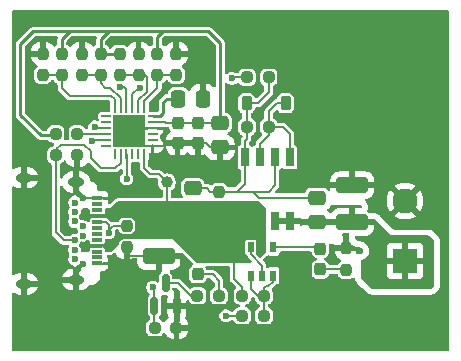
<source format=gbr>
%TF.GenerationSoftware,KiCad,Pcbnew,9.0.6*%
%TF.CreationDate,2026-01-22T02:23:31+05:30*%
%TF.ProjectId,USB-PD-Trigger-Board,5553422d-5044-42d5-9472-69676765722d,rev?*%
%TF.SameCoordinates,Original*%
%TF.FileFunction,Copper,L1,Top*%
%TF.FilePolarity,Positive*%
%FSLAX45Y45*%
G04 Gerber Fmt 4.5, Leading zero omitted, Abs format (unit mm)*
G04 Created by KiCad (PCBNEW 9.0.6) date 2026-01-22 02:23:31*
%MOMM*%
%LPD*%
G01*
G04 APERTURE LIST*
G04 Aperture macros list*
%AMRoundRect*
0 Rectangle with rounded corners*
0 $1 Rounding radius*
0 $2 $3 $4 $5 $6 $7 $8 $9 X,Y pos of 4 corners*
0 Add a 4 corners polygon primitive as box body*
4,1,4,$2,$3,$4,$5,$6,$7,$8,$9,$2,$3,0*
0 Add four circle primitives for the rounded corners*
1,1,$1+$1,$2,$3*
1,1,$1+$1,$4,$5*
1,1,$1+$1,$6,$7*
1,1,$1+$1,$8,$9*
0 Add four rect primitives between the rounded corners*
20,1,$1+$1,$2,$3,$4,$5,0*
20,1,$1+$1,$4,$5,$6,$7,0*
20,1,$1+$1,$6,$7,$8,$9,0*
20,1,$1+$1,$8,$9,$2,$3,0*%
G04 Aperture macros list end*
%TA.AperFunction,SMDPad,CuDef*%
%ADD10RoundRect,0.237500X0.250000X0.237500X-0.250000X0.237500X-0.250000X-0.237500X0.250000X-0.237500X0*%
%TD*%
%TA.AperFunction,SMDPad,CuDef*%
%ADD11R,0.700000X1.525000*%
%TD*%
%TA.AperFunction,SMDPad,CuDef*%
%ADD12RoundRect,0.237500X-0.237500X0.250000X-0.237500X-0.250000X0.237500X-0.250000X0.237500X0.250000X0*%
%TD*%
%TA.AperFunction,SMDPad,CuDef*%
%ADD13RoundRect,0.237500X0.237500X-0.287500X0.237500X0.287500X-0.237500X0.287500X-0.237500X-0.287500X0*%
%TD*%
%TA.AperFunction,SMDPad,CuDef*%
%ADD14RoundRect,0.237500X0.237500X-0.250000X0.237500X0.250000X-0.237500X0.250000X-0.237500X-0.250000X0*%
%TD*%
%TA.AperFunction,SMDPad,CuDef*%
%ADD15RoundRect,0.250000X1.100000X-0.412500X1.100000X0.412500X-1.100000X0.412500X-1.100000X-0.412500X0*%
%TD*%
%TA.AperFunction,ComponentPad*%
%ADD16R,2.100000X2.100000*%
%TD*%
%TA.AperFunction,ComponentPad*%
%ADD17C,2.100000*%
%TD*%
%TA.AperFunction,SMDPad,CuDef*%
%ADD18RoundRect,0.237500X-0.237500X0.300000X-0.237500X-0.300000X0.237500X-0.300000X0.237500X0.300000X0*%
%TD*%
%TA.AperFunction,SMDPad,CuDef*%
%ADD19RoundRect,0.225000X0.225000X0.375000X-0.225000X0.375000X-0.225000X-0.375000X0.225000X-0.375000X0*%
%TD*%
%TA.AperFunction,SMDPad,CuDef*%
%ADD20R,0.900000X0.300000*%
%TD*%
%TA.AperFunction,ComponentPad*%
%ADD21C,0.600000*%
%TD*%
%TA.AperFunction,ComponentPad*%
%ADD22O,1.400000X0.800000*%
%TD*%
%TA.AperFunction,SMDPad,CuDef*%
%ADD23RoundRect,0.250000X0.475000X-0.337500X0.475000X0.337500X-0.475000X0.337500X-0.475000X-0.337500X0*%
%TD*%
%TA.AperFunction,SMDPad,CuDef*%
%ADD24R,0.550000X0.900000*%
%TD*%
%TA.AperFunction,SMDPad,CuDef*%
%ADD25RoundRect,0.150000X0.150000X-0.587500X0.150000X0.587500X-0.150000X0.587500X-0.150000X-0.587500X0*%
%TD*%
%TA.AperFunction,SMDPad,CuDef*%
%ADD26RoundRect,0.237500X-0.250000X-0.237500X0.250000X-0.237500X0.250000X0.237500X-0.250000X0.237500X0*%
%TD*%
%TA.AperFunction,SMDPad,CuDef*%
%ADD27RoundRect,0.250000X-0.337500X-0.475000X0.337500X-0.475000X0.337500X0.475000X-0.337500X0.475000X0*%
%TD*%
%TA.AperFunction,SMDPad,CuDef*%
%ADD28C,1.000000*%
%TD*%
%TA.AperFunction,SMDPad,CuDef*%
%ADD29RoundRect,0.250000X-0.475000X0.337500X-0.475000X-0.337500X0.475000X-0.337500X0.475000X0.337500X0*%
%TD*%
%TA.AperFunction,SMDPad,CuDef*%
%ADD30RoundRect,0.250000X-1.100000X0.412500X-1.100000X-0.412500X1.100000X-0.412500X1.100000X0.412500X0*%
%TD*%
%TA.AperFunction,SMDPad,CuDef*%
%ADD31RoundRect,0.062500X-0.062500X0.337500X-0.062500X-0.337500X0.062500X-0.337500X0.062500X0.337500X0*%
%TD*%
%TA.AperFunction,SMDPad,CuDef*%
%ADD32RoundRect,0.062500X-0.337500X0.062500X-0.337500X-0.062500X0.337500X-0.062500X0.337500X0.062500X0*%
%TD*%
%TA.AperFunction,HeatsinkPad*%
%ADD33R,2.750000X2.750000*%
%TD*%
%TA.AperFunction,ViaPad*%
%ADD34C,0.600000*%
%TD*%
%TA.AperFunction,Conductor*%
%ADD35C,0.200000*%
%TD*%
%TA.AperFunction,Conductor*%
%ADD36C,0.254000*%
%TD*%
G04 APERTURE END LIST*
D10*
%TO.P,R15,1*%
%TO.N,Net-(Q3A-G1)*%
X13041250Y-12200000D03*
%TO.P,R15,2*%
%TO.N,Net-(U1-SAFE_PWR_EN)*%
X12858750Y-12200000D03*
%TD*%
D11*
%TO.P,Q1,1,S2*%
%TO.N,Net-(D1-K)*%
X13260500Y-10858800D03*
%TO.P,Q1,2,G2*%
%TO.N,Net-(D1-A)*%
X13133500Y-10858800D03*
%TO.P,Q1,3,S1*%
%TO.N,Net-(D1-K)*%
X13006500Y-10858800D03*
%TO.P,Q1,4,G1*%
%TO.N,Net-(D1-A)*%
X12879500Y-10858800D03*
%TO.P,Q1,5,D1_1*%
%TO.N,VCC_USB_PD_IN*%
X12879500Y-11401200D03*
%TO.P,Q1,6,D1_2*%
X13006500Y-11401200D03*
%TO.P,Q1,7,D2_1*%
%TO.N,VCC_USB_PD_OUT*%
X13133500Y-11401200D03*
%TO.P,Q1,8,D2_2*%
X13260500Y-11401200D03*
%TD*%
D10*
%TO.P,R3,1*%
%TO.N,Net-(U1-FLIP)*%
X11461250Y-10660000D03*
%TO.P,R3,2*%
%TO.N,V3P3*%
X11278750Y-10660000D03*
%TD*%
D12*
%TO.P,R6,1*%
%TO.N,GND*%
X11500000Y-9980000D03*
%TO.P,R6,2*%
%TO.N,Net-(U1-ISNK_COARSE)*%
X11500000Y-10162500D03*
%TD*%
D13*
%TO.P,D3,1,K*%
%TO.N,Net-(D3-K)*%
X13520000Y-11807500D03*
%TO.P,D3,2,A*%
%TO.N,VCC_USB_SAFE_5V*%
X13520000Y-11632500D03*
%TD*%
D14*
%TO.P,R19,1*%
%TO.N,Net-(D3-K)*%
X13740000Y-11811250D03*
%TO.P,R19,2*%
%TO.N,GND*%
X13740000Y-11628750D03*
%TD*%
D15*
%TO.P,C8,1*%
%TO.N,VCC_USB_PD_OUT*%
X13790000Y-11406250D03*
%TO.P,C8,2*%
%TO.N,GND*%
X13790000Y-11093750D03*
%TD*%
D12*
%TO.P,R2,1*%
%TO.N,Net-(J1-CC1)*%
X11880000Y-11438750D03*
%TO.P,R2,2*%
%TO.N,GND*%
X11880000Y-11621250D03*
%TD*%
D14*
%TO.P,R14,1*%
%TO.N,Net-(U1-VBUS_MIN)*%
X12300000Y-10162500D03*
%TO.P,R14,2*%
%TO.N,GND*%
X12300000Y-9980000D03*
%TD*%
D16*
%TO.P,J2,1,1*%
%TO.N,VCC_USB_PD_OUT*%
X14236900Y-11735000D03*
D17*
%TO.P,J2,2,2*%
%TO.N,GND*%
X14236900Y-11227000D03*
%TD*%
D14*
%TO.P,R12,1*%
%TO.N,Net-(U1-VBUS_MAX)*%
X11980000Y-10162500D03*
%TO.P,R12,2*%
%TO.N,GND*%
X11980000Y-9980000D03*
%TD*%
D18*
%TO.P,C4,1*%
%TO.N,V3P3*%
X12310000Y-10565000D03*
%TO.P,C4,2*%
%TO.N,GND*%
X12310000Y-10737500D03*
%TD*%
D19*
%TO.P,D1,1,K*%
%TO.N,Net-(D1-K)*%
X13225000Y-10400000D03*
%TO.P,D1,2,A*%
%TO.N,Net-(D1-A)*%
X12895000Y-10400000D03*
%TD*%
D20*
%TO.P,J1,A1,GND_A*%
%TO.N,GND*%
X11630250Y-11206000D03*
%TO.P,J1,A2,SSTXP1*%
%TO.N,unconnected-(J1-SSTXP1-PadA2)*%
X11630250Y-11256000D03*
%TO.P,J1,A3,SSTXN1*%
%TO.N,unconnected-(J1-SSTXN1-PadA3)*%
X11630250Y-11306000D03*
%TO.P,J1,A4,VBUS_A*%
%TO.N,VCC_USB_PD_IN*%
X11630250Y-11356000D03*
%TO.P,J1,A5,CC1*%
%TO.N,Net-(J1-CC1)*%
X11630250Y-11406000D03*
%TO.P,J1,A6,DP1*%
%TO.N,unconnected-(J1-DP1-PadA6)*%
X11630250Y-11456000D03*
%TO.P,J1,A7,DN1*%
%TO.N,unconnected-(J1-DN1-PadA7)*%
X11630250Y-11506000D03*
%TO.P,J1,A8,SBU1*%
%TO.N,unconnected-(J1-SBU1-PadA8)*%
X11630250Y-11556000D03*
%TO.P,J1,A9,VBUS_A*%
%TO.N,VCC_USB_PD_IN*%
X11630250Y-11606000D03*
%TO.P,J1,A10,SSRXN2*%
%TO.N,unconnected-(J1-SSRXN2-PadA10)*%
X11630250Y-11656000D03*
%TO.P,J1,A11,SSRXP2*%
%TO.N,unconnected-(J1-SSRXP2-PadA11)*%
X11630250Y-11706000D03*
%TO.P,J1,A12,GND_A*%
%TO.N,GND*%
X11630250Y-11756000D03*
D21*
%TO.P,J1,B1,GND_B*%
X11509250Y-11761000D03*
%TO.P,J1,B2,SSTXP2*%
%TO.N,unconnected-(J1-SSTXP2-PadB2)*%
X11439250Y-11721000D03*
%TO.P,J1,B3,SSTXN2*%
%TO.N,unconnected-(J1-SSTXN2-PadB3)*%
X11439250Y-11641000D03*
%TO.P,J1,B4,VBUS_B*%
%TO.N,VCC_USB_PD_IN*%
X11509250Y-11601000D03*
%TO.P,J1,B5,CC2*%
%TO.N,Net-(J1-CC2)*%
X11439250Y-11561000D03*
%TO.P,J1,B6,DP2*%
%TO.N,unconnected-(J1-DP2-PadB6)*%
X11509250Y-11521000D03*
%TO.P,J1,B7,DN2*%
%TO.N,unconnected-(J1-DN2-PadB7)*%
X11509250Y-11441000D03*
%TO.P,J1,B8,SBU2*%
%TO.N,unconnected-(J1-SBU2-PadB8)*%
X11439250Y-11401000D03*
%TO.P,J1,B9,VBUS_B*%
%TO.N,VCC_USB_PD_IN*%
X11509250Y-11361000D03*
%TO.P,J1,B10,SSRXN1*%
%TO.N,unconnected-(J1-SSRXN1-PadB10)*%
X11439250Y-11321000D03*
%TO.P,J1,B11,SSRXP1*%
%TO.N,unconnected-(J1-SSRXP1-PadB11)*%
X11439250Y-11241000D03*
%TO.P,J1,B12,GND_B*%
%TO.N,GND*%
X11509250Y-11201000D03*
D22*
%TO.P,J1,S1,SHELL_GND*%
X11450250Y-11068000D03*
%TO.P,J1,S2,SHELL_GND*%
X11450250Y-11894000D03*
%TO.P,J1,S3,SHELL_GND*%
X11010250Y-11032000D03*
%TO.P,J1,S4,SHELL_GND*%
X11010250Y-11930000D03*
%TD*%
D23*
%TO.P,C6,1*%
%TO.N,VCC_USB_PD_OUT*%
X13490000Y-11407500D03*
%TO.P,C6,2*%
%TO.N,Net-(D1-A)*%
X13490000Y-11200000D03*
%TD*%
D24*
%TO.P,Q3,1,G1*%
%TO.N,Net-(Q3A-G1)*%
X12930000Y-11860000D03*
%TO.P,Q3,2,S2*%
%TO.N,Net-(Q3A-D1)*%
X13025000Y-11860000D03*
%TO.P,Q3,3,G2*%
%TO.N,Net-(Q3A-G1)*%
X13120000Y-11860000D03*
%TO.P,Q3,4,D2*%
%TO.N,VCC_USB_SAFE_5V*%
X13120000Y-11620000D03*
%TO.P,Q3,5,S1*%
%TO.N,VCC_USB_PD_IN*%
X13025000Y-11620000D03*
%TO.P,Q3,6,D1*%
%TO.N,Net-(Q3A-D1)*%
X12930000Y-11620000D03*
%TD*%
D14*
%TO.P,R4,1*%
%TO.N,VCC_USB_PD_IN*%
X12660000Y-11331250D03*
%TO.P,R4,2*%
%TO.N,Net-(D1-A)*%
X12660000Y-11148750D03*
%TD*%
D25*
%TO.P,Q2,1,G*%
%TO.N,Net-(Q2-G)*%
X12115000Y-12113750D03*
%TO.P,Q2,2,S*%
%TO.N,GND*%
X12305000Y-12113750D03*
%TO.P,Q2,3,D*%
%TO.N,Net-(Q2-D)*%
X12210000Y-11926250D03*
%TD*%
D18*
%TO.P,C5,1*%
%TO.N,V3P3*%
X12480000Y-10565000D03*
%TO.P,C5,2*%
%TO.N,GND*%
X12480000Y-10737500D03*
%TD*%
D12*
%TO.P,R5,1*%
%TO.N,V3P3*%
X11660000Y-9980000D03*
%TO.P,R5,2*%
%TO.N,Net-(U1-ISNK_COARSE)*%
X11660000Y-10162500D03*
%TD*%
D26*
%TO.P,R18,1*%
%TO.N,VCC_USB_PD_IN*%
X12858750Y-12030000D03*
%TO.P,R18,2*%
%TO.N,Net-(Q3A-G1)*%
X13041250Y-12030000D03*
%TD*%
D10*
%TO.P,R10,1*%
%TO.N,Net-(D1-K)*%
X13081250Y-10600000D03*
%TO.P,R10,2*%
%TO.N,Net-(D1-A)*%
X12898750Y-10600000D03*
%TD*%
D27*
%TO.P,C3,1*%
%TO.N,Net-(U1-VCCD)*%
X12316250Y-10361250D03*
%TO.P,C3,2*%
%TO.N,GND*%
X12523750Y-10361250D03*
%TD*%
D12*
%TO.P,R8,1*%
%TO.N,GND*%
X11170000Y-9980000D03*
%TO.P,R8,2*%
%TO.N,Net-(U1-ISNK_FINE)*%
X11170000Y-10162500D03*
%TD*%
D26*
%TO.P,R16,1*%
%TO.N,Net-(Q2-G)*%
X12118750Y-12300000D03*
%TO.P,R16,2*%
%TO.N,GND*%
X12301250Y-12300000D03*
%TD*%
D10*
%TO.P,R9,1*%
%TO.N,Net-(D1-A)*%
X13081250Y-10180000D03*
%TO.P,R9,2*%
%TO.N,Net-(U1-VBUS_FET_EN)*%
X12898750Y-10180000D03*
%TD*%
D28*
%TO.P,TP1,1,1*%
%TO.N,VCC_USB_PD_IN*%
X12220000Y-11070000D03*
%TD*%
D23*
%TO.P,C2,1*%
%TO.N,VCC_USB_PD_IN*%
X12440000Y-11327500D03*
%TO.P,C2,2*%
%TO.N,Net-(D1-A)*%
X12440000Y-11120000D03*
%TD*%
D14*
%TO.P,R13,1*%
%TO.N,Net-(U1-VBUS_MIN)*%
X12140000Y-10162500D03*
%TO.P,R13,2*%
%TO.N,V3P3*%
X12140000Y-9980000D03*
%TD*%
D29*
%TO.P,C7,1*%
%TO.N,V3P3*%
X12670000Y-10567500D03*
%TO.P,C7,2*%
%TO.N,GND*%
X12670000Y-10775000D03*
%TD*%
D30*
%TO.P,C1,1*%
%TO.N,VCC_USB_PD_IN*%
X12150000Y-11383750D03*
%TO.P,C1,2*%
%TO.N,GND*%
X12150000Y-11696250D03*
%TD*%
D10*
%TO.P,R17,1*%
%TO.N,Net-(D2-K)*%
X12661250Y-12030000D03*
%TO.P,R17,2*%
%TO.N,Net-(Q2-D)*%
X12478750Y-12030000D03*
%TD*%
D12*
%TO.P,R7,1*%
%TO.N,V3P3*%
X11330000Y-9980000D03*
%TO.P,R7,2*%
%TO.N,Net-(U1-ISNK_FINE)*%
X11330000Y-10162500D03*
%TD*%
D26*
%TO.P,R1,1*%
%TO.N,Net-(J1-CC2)*%
X11278750Y-10840000D03*
%TO.P,R1,2*%
%TO.N,GND*%
X11461250Y-10840000D03*
%TD*%
D14*
%TO.P,R11,1*%
%TO.N,Net-(U1-VBUS_MAX)*%
X11820000Y-10162500D03*
%TO.P,R11,2*%
%TO.N,V3P3*%
X11820000Y-9980000D03*
%TD*%
D31*
%TO.P,U1,1,VBUS_MIN*%
%TO.N,Net-(U1-VBUS_MIN)*%
X12027500Y-10438750D03*
%TO.P,U1,2,VBUS_MAX*%
%TO.N,Net-(U1-VBUS_MAX)*%
X11977500Y-10438750D03*
%TO.P,U1,3,VBUS_FET_EN*%
%TO.N,Net-(U1-VBUS_FET_EN)*%
X11927500Y-10438750D03*
%TO.P,U1,4,SAFE_PWR_EN*%
%TO.N,Net-(U1-SAFE_PWR_EN)*%
X11877500Y-10438750D03*
%TO.P,U1,5,ISNK_COARSE*%
%TO.N,Net-(U1-ISNK_COARSE)*%
X11827500Y-10438750D03*
%TO.P,U1,6,ISNK_FINE*%
%TO.N,Net-(U1-ISNK_FINE)*%
X11777500Y-10438750D03*
D32*
%TO.P,U1,7,~{HPI_INT}*%
%TO.N,unconnected-(U1-~{HPI_INT}-Pad7)*%
X11705000Y-10511250D03*
%TO.P,U1,8,GPIO_1*%
%TO.N,unconnected-(U1-GPIO_1-Pad8)*%
X11705000Y-10561250D03*
%TO.P,U1,9,FAULT*%
%TO.N,Net-(Q2-G)*%
X11705000Y-10611250D03*
%TO.P,U1,10,FLIP*%
%TO.N,Net-(U1-FLIP)*%
X11705000Y-10661250D03*
%TO.P,U1,11,VDC_OUT*%
%TO.N,VCC_USB_PD_OUT*%
X11705000Y-10711250D03*
%TO.P,U1,12,HPI_SDA*%
%TO.N,unconnected-(U1-HPI_SDA-Pad12)*%
X11705000Y-10761250D03*
D31*
%TO.P,U1,13,HPI_SCL*%
%TO.N,unconnected-(U1-HPI_SCL-Pad13)*%
X11777500Y-10833750D03*
%TO.P,U1,14,CC2*%
%TO.N,Net-(J1-CC2)*%
X11827500Y-10833750D03*
%TO.P,U1,15,CC1*%
%TO.N,Net-(J1-CC1)*%
X11877500Y-10833750D03*
%TO.P,U1,16,D-*%
%TO.N,unconnected-(U1-D--Pad16)*%
X11927500Y-10833750D03*
%TO.P,U1,17,D+*%
%TO.N,unconnected-(U1-D+-Pad17)*%
X11977500Y-10833750D03*
%TO.P,U1,18,VBUS_IN*%
%TO.N,VCC_USB_PD_IN*%
X12027500Y-10833750D03*
D32*
%TO.P,U1,19,GND*%
%TO.N,GND*%
X12100000Y-10761250D03*
%TO.P,U1,20,NC*%
%TO.N,unconnected-(U1-NC-Pad20)*%
X12100000Y-10711250D03*
%TO.P,U1,21,NC*%
%TO.N,unconnected-(U1-NC-Pad21)*%
X12100000Y-10661250D03*
%TO.P,U1,22,GND*%
%TO.N,GND*%
X12100000Y-10611250D03*
%TO.P,U1,23,VDDD*%
%TO.N,V3P3*%
X12100000Y-10561250D03*
%TO.P,U1,24,VCCD*%
%TO.N,Net-(U1-VCCD)*%
X12100000Y-10511250D03*
D33*
%TO.P,U1,25,GND*%
%TO.N,GND*%
X11902500Y-10636250D03*
%TD*%
D13*
%TO.P,D2,1,K*%
%TO.N,Net-(D2-K)*%
X12480000Y-11847500D03*
%TO.P,D2,2,A*%
%TO.N,VCC_USB_PD_IN*%
X12480000Y-11672500D03*
%TD*%
D34*
%TO.N,GND*%
X11170000Y-9852700D03*
X12530000Y-10200000D03*
X11700000Y-11070000D03*
X12360000Y-10890000D03*
X11902500Y-10636250D03*
X13850000Y-11650000D03*
X11500000Y-9860000D03*
X12690000Y-10930000D03*
X11830000Y-10560000D03*
X11980000Y-9852700D03*
X12300000Y-9852700D03*
%TO.N,VCC_USB_PD_OUT*%
X11590000Y-10721250D03*
X13340000Y-11400000D03*
%TO.N,Net-(J1-CC1)*%
X11878600Y-11040000D03*
X11730000Y-11500000D03*
%TO.N,Net-(Q2-G)*%
X11610000Y-10601250D03*
X12100000Y-11960000D03*
%TO.N,Net-(U1-VBUS_FET_EN)*%
X12770000Y-10190000D03*
X11990000Y-10269558D03*
%TO.N,Net-(U1-SAFE_PWR_EN)*%
X11820374Y-10265521D03*
X12720000Y-12200000D03*
%TD*%
D35*
%TO.N,GND*%
X13828750Y-11628750D02*
X13850000Y-11650000D01*
X12100000Y-10761250D02*
X12188750Y-10761250D01*
X12310000Y-10737500D02*
X12310000Y-10840000D01*
X12547500Y-10737500D02*
X12480000Y-10737500D01*
X11509250Y-11201000D02*
X11625250Y-11201000D01*
X11902500Y-10636250D02*
X11946250Y-10636250D01*
X11625250Y-11201000D02*
X11630250Y-11206000D01*
X11500000Y-9980000D02*
X11500000Y-9860000D01*
X12310000Y-10840000D02*
X12360000Y-10890000D01*
X12523750Y-10361250D02*
X12523750Y-10206250D01*
X13740000Y-11628750D02*
X13828750Y-11628750D01*
X12585000Y-10775000D02*
X12547500Y-10737500D01*
X12670000Y-10775000D02*
X12585000Y-10775000D01*
X12027500Y-10761250D02*
X11902500Y-10636250D01*
X11896250Y-11696250D02*
X12150000Y-11696250D01*
X12100000Y-10761250D02*
X12027500Y-10761250D01*
X12310000Y-10737500D02*
X12480000Y-10737500D01*
X11971250Y-10611250D02*
X12100000Y-10611250D01*
X11170000Y-9980000D02*
X11170000Y-9852700D01*
X11880000Y-11621250D02*
X11880000Y-11680000D01*
X12212500Y-10737500D02*
X12310000Y-10737500D01*
X12670000Y-10775000D02*
X12670000Y-10910000D01*
X12188750Y-10761250D02*
X12212500Y-10737500D01*
X11880000Y-11680000D02*
X11896250Y-11696250D01*
X12670000Y-10910000D02*
X12690000Y-10930000D01*
X11946250Y-10636250D02*
X11971250Y-10611250D01*
X11980000Y-9980000D02*
X11980000Y-9852700D01*
X12523750Y-10206250D02*
X12530000Y-10200000D01*
X12300000Y-9980000D02*
X12300000Y-9852700D01*
%TO.N,VCC_USB_PD_IN*%
X12858750Y-12030000D02*
X12858750Y-11958750D01*
X12080000Y-11000000D02*
X12150000Y-11000000D01*
X12220000Y-11070000D02*
X12220000Y-11313750D01*
X12027500Y-10833750D02*
X12027500Y-10947500D01*
X12858750Y-11958750D02*
X12820000Y-11920000D01*
X12150000Y-11000000D02*
X12220000Y-11070000D01*
X11625250Y-11601000D02*
X11630250Y-11606000D01*
X12790000Y-11890000D02*
X12790000Y-11720000D01*
X11625250Y-11361000D02*
X11630250Y-11356000D01*
X12027500Y-10947500D02*
X12080000Y-11000000D01*
X11509250Y-11601000D02*
X11625250Y-11601000D01*
X12820000Y-11920000D02*
X12790000Y-11890000D01*
X12220000Y-11313750D02*
X12150000Y-11383750D01*
X11509250Y-11361000D02*
X11625250Y-11361000D01*
%TO.N,Net-(D1-A)*%
X13001250Y-11200000D02*
X12950000Y-11148750D01*
X12660000Y-11148750D02*
X12811250Y-11148750D01*
X12898750Y-10600000D02*
X12898750Y-10701250D01*
X13133500Y-10858800D02*
X13133500Y-11096500D01*
X12895000Y-10596250D02*
X12898750Y-10600000D01*
X13133500Y-11096500D02*
X13081250Y-11148750D01*
X12440000Y-11120000D02*
X12560000Y-11120000D01*
X12588750Y-11148750D02*
X12660000Y-11148750D01*
X12898750Y-10701250D02*
X12879500Y-10720500D01*
X12879500Y-10720500D02*
X12879500Y-10858800D01*
X12895000Y-10400000D02*
X12990000Y-10400000D01*
X13081250Y-11148750D02*
X12950000Y-11148750D01*
X13081250Y-10308750D02*
X13081250Y-10180000D01*
X13490000Y-11200000D02*
X13001250Y-11200000D01*
X12560000Y-11120000D02*
X12588750Y-11148750D01*
X12895000Y-10400000D02*
X12895000Y-10596250D01*
X12950000Y-11148750D02*
X12660000Y-11148750D01*
X12879500Y-11080500D02*
X12879500Y-10858800D01*
X12811250Y-11148750D02*
X12879500Y-11080500D01*
X12990000Y-10400000D02*
X13081250Y-10308750D01*
D36*
%TO.N,Net-(U1-VCCD)*%
X12158750Y-10511250D02*
X12190000Y-10480000D01*
X12190000Y-10480000D02*
X12190000Y-10390000D01*
X12190000Y-10390000D02*
X12218750Y-10361250D01*
X12218750Y-10361250D02*
X12316250Y-10361250D01*
X12100000Y-10511250D02*
X12158750Y-10511250D01*
%TO.N,V3P3*%
X11820000Y-9980000D02*
X11660000Y-9980000D01*
X11090000Y-9790000D02*
X10980000Y-9900000D01*
D35*
X12482500Y-10567500D02*
X12480000Y-10565000D01*
D36*
X12190000Y-9790000D02*
X11730000Y-9790000D01*
D35*
X12208750Y-10561250D02*
X12215000Y-10567500D01*
D36*
X11420000Y-9790000D02*
X11090000Y-9790000D01*
X12140000Y-9840000D02*
X12190000Y-9790000D01*
X11660000Y-9860000D02*
X11730000Y-9790000D01*
D35*
X12670000Y-10567500D02*
X12482500Y-10567500D01*
D36*
X12140000Y-9980000D02*
X12140000Y-9840000D01*
X11730000Y-9790000D02*
X11420000Y-9790000D01*
D35*
X12215000Y-10567500D02*
X12670000Y-10567500D01*
D36*
X12670000Y-10567500D02*
X12670000Y-9890000D01*
X10980000Y-10500000D02*
X11151250Y-10671250D01*
X11330000Y-9860000D02*
X11330000Y-9980000D01*
X11420000Y-9790000D02*
X11400000Y-9790000D01*
X12570000Y-9790000D02*
X12190000Y-9790000D01*
D35*
X12310000Y-10565000D02*
X12480000Y-10565000D01*
X12100000Y-10561250D02*
X12188750Y-10561250D01*
D36*
X11267500Y-10671250D02*
X11278750Y-10660000D01*
D35*
X12188750Y-10561250D02*
X12208750Y-10561250D01*
D36*
X11660000Y-9980000D02*
X11660000Y-9860000D01*
X11400000Y-9790000D02*
X11330000Y-9860000D01*
X10980000Y-9900000D02*
X10980000Y-10500000D01*
X11151250Y-10671250D02*
X11267500Y-10671250D01*
X12670000Y-9890000D02*
X12570000Y-9790000D01*
D35*
%TO.N,VCC_USB_PD_OUT*%
X11600000Y-10711250D02*
X11590000Y-10721250D01*
X11705000Y-10711250D02*
X11600000Y-10711250D01*
%TO.N,Net-(D1-K)*%
X13006500Y-10743500D02*
X13081250Y-10668750D01*
X13006500Y-10858800D02*
X13006500Y-10743500D01*
X13081250Y-10668750D02*
X13081250Y-10600000D01*
X13150000Y-10400000D02*
X13225000Y-10400000D01*
X13081250Y-10468750D02*
X13150000Y-10400000D01*
X13200000Y-10600000D02*
X13081250Y-10600000D01*
X13081250Y-10600000D02*
X13081250Y-10468750D01*
X13260500Y-10660500D02*
X13200000Y-10600000D01*
X13260500Y-10858800D02*
X13260500Y-10660500D01*
%TO.N,Net-(D2-K)*%
X12661250Y-11901250D02*
X12661250Y-12030000D01*
X12480000Y-11847500D02*
X12607500Y-11847500D01*
X12607500Y-11847500D02*
X12661250Y-11901250D01*
%TO.N,Net-(D3-K)*%
X13736250Y-11807500D02*
X13740000Y-11811250D01*
X13520000Y-11807500D02*
X13736250Y-11807500D01*
%TO.N,VCC_USB_SAFE_5V*%
X13120000Y-11620000D02*
X13507500Y-11620000D01*
X13507500Y-11620000D02*
X13520000Y-11632500D01*
%TO.N,Net-(J1-CC1)*%
X11762750Y-11438750D02*
X11880000Y-11438750D01*
X11730000Y-11471500D02*
X11762750Y-11438750D01*
X11878600Y-11440150D02*
X11880000Y-11438750D01*
X11730000Y-11500000D02*
X11730000Y-11430000D01*
X11880000Y-11038600D02*
X11880000Y-10836250D01*
X11706000Y-11406000D02*
X11630250Y-11406000D01*
X11880000Y-10836250D02*
X11877500Y-10833750D01*
X11730000Y-11500000D02*
X11730000Y-11471500D01*
X11878600Y-11040000D02*
X11880000Y-11038600D01*
X11730000Y-11430000D02*
X11706000Y-11406000D01*
%TO.N,Net-(J1-CC2)*%
X11827500Y-10902500D02*
X11827500Y-10833750D01*
X11349000Y-11561000D02*
X11278750Y-11490750D01*
X11278750Y-11490750D02*
X11278750Y-10840000D01*
X11520000Y-10750000D02*
X11575000Y-10805000D01*
X11575000Y-10865000D02*
X11660000Y-10950000D01*
X11320000Y-10750000D02*
X11520000Y-10750000D01*
X11278750Y-10840000D02*
X11278750Y-10791250D01*
X11439250Y-11561000D02*
X11349000Y-11561000D01*
X11278750Y-10791250D02*
X11320000Y-10750000D01*
X11780000Y-10950000D02*
X11827500Y-10902500D01*
X11575000Y-10805000D02*
X11575000Y-10865000D01*
X11660000Y-10950000D02*
X11780000Y-10950000D01*
%TO.N,Net-(Q2-D)*%
X12420000Y-12030000D02*
X12478750Y-12030000D01*
X12316250Y-11926250D02*
X12420000Y-12030000D01*
X12210000Y-11926250D02*
X12316250Y-11926250D01*
%TO.N,Net-(Q2-G)*%
X11631250Y-10601250D02*
X11641250Y-10611250D01*
X12115000Y-12113750D02*
X12115000Y-12296250D01*
X12115000Y-12113750D02*
X12115000Y-11975000D01*
X11610000Y-10601250D02*
X11631250Y-10601250D01*
X12115000Y-12296250D02*
X12118750Y-12300000D01*
X12115000Y-11975000D02*
X12100000Y-11960000D01*
X11641250Y-10611250D02*
X11705000Y-10611250D01*
%TO.N,Net-(Q3A-G1)*%
X12930000Y-11970000D02*
X12990000Y-12030000D01*
X13120000Y-11910000D02*
X13120000Y-11860000D01*
X13041250Y-12030000D02*
X13041250Y-11968750D01*
X12990000Y-12030000D02*
X13041250Y-12030000D01*
X13060000Y-11950000D02*
X13080000Y-11950000D01*
X13080000Y-11950000D02*
X13120000Y-11910000D01*
X13041250Y-11968750D02*
X13060000Y-11950000D01*
X12930000Y-11860000D02*
X12930000Y-11970000D01*
X13041250Y-12200000D02*
X13041250Y-12030000D01*
%TO.N,Net-(Q3A-D1)*%
X12930000Y-11680000D02*
X12930000Y-11620000D01*
X13025000Y-11860000D02*
X13025000Y-11775000D01*
X13025000Y-11775000D02*
X12930000Y-11680000D01*
%TO.N,Net-(U1-FLIP)*%
X11705000Y-10661250D02*
X11462500Y-10661250D01*
X11462500Y-10661250D02*
X11461250Y-10660000D01*
%TO.N,Net-(U1-ISNK_COARSE)*%
X11700000Y-10270000D02*
X11660000Y-10230000D01*
X11500000Y-10162500D02*
X11660000Y-10162500D01*
X11827500Y-10357500D02*
X11740000Y-10270000D01*
X11740000Y-10270000D02*
X11700000Y-10270000D01*
X11660000Y-10230000D02*
X11660000Y-10162500D01*
X11827500Y-10438750D02*
X11827500Y-10357500D01*
%TO.N,Net-(U1-ISNK_FINE)*%
X11777500Y-10438750D02*
X11777500Y-10367500D01*
X11170000Y-10162500D02*
X11330000Y-10162500D01*
X11777500Y-10367500D02*
X11750000Y-10340000D01*
X11400000Y-10340000D02*
X11330000Y-10270000D01*
X11330000Y-10270000D02*
X11330000Y-10162500D01*
X11750000Y-10340000D02*
X11400000Y-10340000D01*
%TO.N,Net-(U1-VBUS_FET_EN)*%
X11927500Y-10322500D02*
X11927500Y-10438750D01*
X11980442Y-10269558D02*
X11927500Y-10322500D01*
X11990000Y-10269558D02*
X11980442Y-10269558D01*
X12770000Y-10190000D02*
X12780000Y-10180000D01*
X12780000Y-10180000D02*
X12898750Y-10180000D01*
%TO.N,Net-(U1-VBUS_MAX)*%
X11980000Y-10162500D02*
X12032500Y-10162500D01*
X11977500Y-10375790D02*
X11977500Y-10438750D01*
X12050000Y-10303290D02*
X11977500Y-10375790D01*
X12050000Y-10180000D02*
X12050000Y-10303290D01*
X12032500Y-10162500D02*
X12050000Y-10180000D01*
X11820000Y-10162500D02*
X11980000Y-10162500D01*
%TO.N,Net-(U1-VBUS_MIN)*%
X12027500Y-10438750D02*
X12027500Y-10382500D01*
X12027500Y-10382500D02*
X12140000Y-10270000D01*
X12140000Y-10162500D02*
X12300000Y-10162500D01*
X12140000Y-10270000D02*
X12140000Y-10162500D01*
%TO.N,Net-(U1-SAFE_PWR_EN)*%
X11856103Y-10261250D02*
X11877500Y-10282647D01*
X11820374Y-10265521D02*
X11824645Y-10261250D01*
X11824645Y-10261250D02*
X11856103Y-10261250D01*
X11877500Y-10282647D02*
X11877500Y-10438750D01*
X12720000Y-12200000D02*
X12858750Y-12200000D01*
%TD*%
%TA.AperFunction,Conductor*%
%TO.N,VCC_USB_PD_IN*%
G36*
X13001568Y-11231968D02*
G01*
X13003632Y-11233632D01*
X13056368Y-11286368D01*
X13059717Y-11292500D01*
X13060000Y-11295136D01*
X13060000Y-11654864D01*
X13058031Y-11661568D01*
X13056368Y-11663632D01*
X13015017Y-11704983D01*
X13008884Y-11708332D01*
X13001915Y-11707833D01*
X12997480Y-11704983D01*
X12979004Y-11686507D01*
X12975655Y-11680375D01*
X12976154Y-11673405D01*
X12976316Y-11672992D01*
X12976386Y-11672824D01*
X12976387Y-11672823D01*
X12977550Y-11666975D01*
X12977550Y-11573025D01*
X12977550Y-11573025D01*
X12977550Y-11573025D01*
X12976387Y-11567177D01*
X12976387Y-11567177D01*
X12971955Y-11560545D01*
X12965323Y-11556113D01*
X12965323Y-11556113D01*
X12959475Y-11554950D01*
X12959475Y-11554950D01*
X12900525Y-11554950D01*
X12900525Y-11554950D01*
X12894677Y-11556113D01*
X12894677Y-11556113D01*
X12888045Y-11560545D01*
X12883613Y-11567177D01*
X12883613Y-11567177D01*
X12882450Y-11573025D01*
X12882450Y-11666975D01*
X12883613Y-11672823D01*
X12883613Y-11672823D01*
X12888045Y-11679455D01*
X12894677Y-11683887D01*
X12894938Y-11683995D01*
X12895419Y-11684383D01*
X12895692Y-11684565D01*
X12895676Y-11684590D01*
X12900378Y-11688379D01*
X12901254Y-11689847D01*
X12901836Y-11690996D01*
X12901998Y-11691599D01*
X12903002Y-11693339D01*
X12903172Y-11693632D01*
X12903173Y-11693634D01*
X12905953Y-11698450D01*
X12905954Y-11698451D01*
X12936335Y-11728832D01*
X12939683Y-11734964D01*
X12939185Y-11741933D01*
X12934998Y-11747527D01*
X12928451Y-11749968D01*
X12927567Y-11750000D01*
X12475136Y-11750000D01*
X12468432Y-11748031D01*
X12466368Y-11746368D01*
X12270000Y-11550000D01*
X11850000Y-11550000D01*
X11850000Y-11550000D01*
X11848874Y-11551126D01*
X11844201Y-11554062D01*
X11835552Y-11557088D01*
X11824929Y-11564929D01*
X11824929Y-11564929D01*
X11817088Y-11575552D01*
X11814062Y-11584201D01*
X11811126Y-11588874D01*
X11743632Y-11656368D01*
X11737500Y-11659717D01*
X11734864Y-11660000D01*
X11707700Y-11660000D01*
X11700996Y-11658031D01*
X11696421Y-11652751D01*
X11695300Y-11647600D01*
X11695300Y-11639025D01*
X11695300Y-11639025D01*
X11694137Y-11633177D01*
X11694137Y-11633177D01*
X11689705Y-11626545D01*
X11683073Y-11622113D01*
X11683073Y-11622113D01*
X11677225Y-11620950D01*
X11677225Y-11620950D01*
X11583275Y-11620950D01*
X11583275Y-11620950D01*
X11577427Y-11622113D01*
X11577427Y-11622113D01*
X11570795Y-11626545D01*
X11566363Y-11633177D01*
X11566363Y-11633177D01*
X11565200Y-11639025D01*
X11565200Y-11647600D01*
X11563231Y-11654304D01*
X11557951Y-11658879D01*
X11552800Y-11660000D01*
X11501700Y-11660000D01*
X11494996Y-11658031D01*
X11490421Y-11652751D01*
X11489300Y-11647600D01*
X11489300Y-11634411D01*
X11489300Y-11634411D01*
X11485889Y-11621681D01*
X11479300Y-11610269D01*
X11478799Y-11609768D01*
X11475451Y-11603636D01*
X11475949Y-11596667D01*
X11476815Y-11594824D01*
X11477635Y-11593396D01*
X11479300Y-11591731D01*
X11485889Y-11580319D01*
X11486539Y-11577892D01*
X11487345Y-11576489D01*
X11488746Y-11575147D01*
X11489757Y-11573490D01*
X11491218Y-11572780D01*
X11492391Y-11571656D01*
X11494296Y-11571284D01*
X11496041Y-11570436D01*
X11498132Y-11570536D01*
X11499248Y-11570318D01*
X11500023Y-11570626D01*
X11501307Y-11570687D01*
X11502661Y-11571050D01*
X11502661Y-11571050D01*
X11515839Y-11571050D01*
X11515839Y-11571050D01*
X11528569Y-11567639D01*
X11539981Y-11561050D01*
X11544032Y-11556999D01*
X11550164Y-11553651D01*
X11557133Y-11554149D01*
X11562727Y-11558337D01*
X11565168Y-11564883D01*
X11565200Y-11565768D01*
X11565200Y-11572975D01*
X11566363Y-11578823D01*
X11566363Y-11578823D01*
X11570795Y-11585455D01*
X11577427Y-11589887D01*
X11577427Y-11589887D01*
X11583275Y-11591050D01*
X11583275Y-11591050D01*
X11583275Y-11591050D01*
X11677225Y-11591050D01*
X11677225Y-11591050D01*
X11679738Y-11590550D01*
X11683073Y-11589887D01*
X11683073Y-11589887D01*
X11683073Y-11589887D01*
X11689705Y-11585455D01*
X11694137Y-11578823D01*
X11694137Y-11578823D01*
X11694137Y-11578823D01*
X11695300Y-11572975D01*
X11695300Y-11572975D01*
X11695300Y-11558678D01*
X11697268Y-11551974D01*
X11702549Y-11547398D01*
X11709465Y-11546404D01*
X11710908Y-11546700D01*
X11723411Y-11550050D01*
X11723411Y-11550050D01*
X11736589Y-11550050D01*
X11736589Y-11550050D01*
X11749319Y-11546639D01*
X11760731Y-11540050D01*
X11770050Y-11530731D01*
X11776639Y-11519319D01*
X11780050Y-11506589D01*
X11780050Y-11493411D01*
X11777638Y-11484409D01*
X11777697Y-11481910D01*
X11777342Y-11479435D01*
X11777779Y-11478477D01*
X11777804Y-11477424D01*
X11779205Y-11475354D01*
X11780244Y-11473080D01*
X11781130Y-11472510D01*
X11781720Y-11471638D01*
X11784019Y-11470654D01*
X11786122Y-11469302D01*
X11787707Y-11469074D01*
X11788143Y-11468888D01*
X11789615Y-11468800D01*
X11802815Y-11468800D01*
X11809519Y-11470768D01*
X11814094Y-11476049D01*
X11814519Y-11477104D01*
X11817088Y-11484447D01*
X11817088Y-11484448D01*
X11824929Y-11495071D01*
X11824929Y-11495071D01*
X11835552Y-11502911D01*
X11835552Y-11502911D01*
X11835552Y-11502912D01*
X11848015Y-11507272D01*
X11848015Y-11507272D01*
X11850974Y-11507550D01*
X11850974Y-11507550D01*
X11909026Y-11507550D01*
X11911985Y-11507272D01*
X11913938Y-11506589D01*
X11924447Y-11502912D01*
X11935071Y-11495071D01*
X11942912Y-11484447D01*
X11947272Y-11471985D01*
X11947524Y-11469302D01*
X11947550Y-11469026D01*
X11947550Y-11408474D01*
X11947272Y-11405515D01*
X11942911Y-11393052D01*
X11935071Y-11382429D01*
X11935071Y-11382429D01*
X11924448Y-11374588D01*
X11911985Y-11370227D01*
X11911985Y-11370227D01*
X11909026Y-11369950D01*
X11909026Y-11369950D01*
X11850974Y-11369950D01*
X11850974Y-11369950D01*
X11848015Y-11370227D01*
X11835552Y-11374588D01*
X11824929Y-11382429D01*
X11824929Y-11382429D01*
X11817088Y-11393052D01*
X11817088Y-11393052D01*
X11814519Y-11400395D01*
X11810447Y-11406073D01*
X11803951Y-11408648D01*
X11802815Y-11408700D01*
X11758793Y-11408700D01*
X11758142Y-11408786D01*
X11751239Y-11407708D01*
X11747757Y-11405260D01*
X11724451Y-11381954D01*
X11723979Y-11381681D01*
X11723979Y-11381681D01*
X11723978Y-11381681D01*
X11717599Y-11377998D01*
X11709956Y-11375950D01*
X11709956Y-11375950D01*
X11692577Y-11375950D01*
X11685873Y-11373981D01*
X11685690Y-11373862D01*
X11683073Y-11372113D01*
X11683073Y-11372113D01*
X11683073Y-11372113D01*
X11683073Y-11372113D01*
X11677225Y-11370950D01*
X11677225Y-11370950D01*
X11583275Y-11370950D01*
X11583275Y-11370950D01*
X11577427Y-11372113D01*
X11577427Y-11372113D01*
X11570795Y-11376545D01*
X11566363Y-11383177D01*
X11566363Y-11383177D01*
X11565200Y-11389025D01*
X11565200Y-11396232D01*
X11563231Y-11402936D01*
X11557951Y-11407512D01*
X11551035Y-11408506D01*
X11544680Y-11405604D01*
X11544032Y-11405000D01*
X11539982Y-11400950D01*
X11539981Y-11400950D01*
X11531810Y-11396232D01*
X11528569Y-11394361D01*
X11522204Y-11392655D01*
X11515839Y-11390950D01*
X11502661Y-11390950D01*
X11502661Y-11390950D01*
X11501307Y-11391313D01*
X11494322Y-11391146D01*
X11488536Y-11387230D01*
X11487345Y-11385511D01*
X11486539Y-11384108D01*
X11485889Y-11381681D01*
X11479300Y-11370269D01*
X11477635Y-11368603D01*
X11476815Y-11367176D01*
X11476368Y-11365315D01*
X11475451Y-11363636D01*
X11475569Y-11361988D01*
X11475183Y-11360382D01*
X11475813Y-11358575D01*
X11475949Y-11356667D01*
X11477105Y-11354868D01*
X11477483Y-11353784D01*
X11478124Y-11353282D01*
X11478799Y-11352232D01*
X11479300Y-11351731D01*
X11485889Y-11340319D01*
X11489300Y-11327589D01*
X11489300Y-11315836D01*
X11490164Y-11312892D01*
X11490817Y-11309893D01*
X11491192Y-11309392D01*
X11491268Y-11309132D01*
X11492931Y-11307069D01*
X11506368Y-11293632D01*
X11512500Y-11290283D01*
X11515136Y-11290000D01*
X11552800Y-11290000D01*
X11559504Y-11291968D01*
X11564079Y-11297249D01*
X11565200Y-11302400D01*
X11565200Y-11322975D01*
X11566363Y-11328823D01*
X11566363Y-11328823D01*
X11570795Y-11335455D01*
X11577427Y-11339887D01*
X11577427Y-11339887D01*
X11583275Y-11341050D01*
X11583275Y-11341050D01*
X11583275Y-11341050D01*
X11677225Y-11341050D01*
X11677225Y-11341050D01*
X11678707Y-11340755D01*
X11683073Y-11339887D01*
X11683073Y-11339887D01*
X11683073Y-11339887D01*
X11689705Y-11335455D01*
X11694137Y-11328823D01*
X11694137Y-11328823D01*
X11694137Y-11328823D01*
X11695300Y-11322975D01*
X11695300Y-11322975D01*
X11695300Y-11302400D01*
X11697268Y-11295696D01*
X11702549Y-11291121D01*
X11707700Y-11290000D01*
X11740000Y-11290000D01*
X11796368Y-11233632D01*
X11802500Y-11230283D01*
X11805136Y-11230000D01*
X12994864Y-11230000D01*
X13001568Y-11231968D01*
G37*
%TD.AperFunction*%
%TD*%
%TA.AperFunction,Conductor*%
%TO.N,VCC_USB_PD_OUT*%
G36*
X13861568Y-11261968D02*
G01*
X13863632Y-11263632D01*
X13868832Y-11268832D01*
X13872180Y-11274964D01*
X13871682Y-11281933D01*
X13867495Y-11287527D01*
X13860948Y-11289968D01*
X13860064Y-11290000D01*
X13815000Y-11290000D01*
X13815000Y-11381250D01*
X13976919Y-11381250D01*
X13983050Y-11383050D01*
X13986245Y-11386245D01*
X13986255Y-11386257D01*
X13986256Y-11386256D01*
X14120000Y-11520000D01*
X14434864Y-11520000D01*
X14441568Y-11521968D01*
X14443632Y-11523632D01*
X14476368Y-11556368D01*
X14479717Y-11562500D01*
X14480000Y-11565136D01*
X14480000Y-11944864D01*
X14479135Y-11947808D01*
X14478483Y-11950806D01*
X14478108Y-11951308D01*
X14478031Y-11951568D01*
X14476368Y-11953632D01*
X14463632Y-11966368D01*
X14457500Y-11969717D01*
X14454864Y-11970000D01*
X13955136Y-11970000D01*
X13948432Y-11968031D01*
X13946368Y-11966368D01*
X13863632Y-11883632D01*
X13860283Y-11877500D01*
X13860000Y-11874864D01*
X13860000Y-11739805D01*
X13861968Y-11733102D01*
X13867249Y-11728526D01*
X13869980Y-11727644D01*
X13873350Y-11726974D01*
X13887918Y-11720939D01*
X13901029Y-11712179D01*
X13912179Y-11701029D01*
X13920939Y-11687918D01*
X13926974Y-11673350D01*
X13930050Y-11657884D01*
X13930050Y-11642116D01*
X13930050Y-11642115D01*
X13927104Y-11627304D01*
X13927104Y-11627304D01*
X13926974Y-11626650D01*
X13926379Y-11625215D01*
X14081900Y-11625215D01*
X14081900Y-11710000D01*
X14171488Y-11710000D01*
X14169590Y-11714582D01*
X14166900Y-11728106D01*
X14166900Y-11741894D01*
X14169590Y-11755418D01*
X14171488Y-11760000D01*
X14081900Y-11760000D01*
X14081900Y-11844784D01*
X14082540Y-11850737D01*
X14082540Y-11850738D01*
X14087564Y-11864209D01*
X14087565Y-11864209D01*
X14096181Y-11875719D01*
X14096181Y-11875719D01*
X14107691Y-11884335D01*
X14107691Y-11884335D01*
X14121162Y-11889360D01*
X14121163Y-11889360D01*
X14127115Y-11890000D01*
X14127117Y-11890000D01*
X14211900Y-11890000D01*
X14211900Y-11800412D01*
X14216482Y-11802310D01*
X14230006Y-11805000D01*
X14243794Y-11805000D01*
X14257318Y-11802310D01*
X14261900Y-11800412D01*
X14261900Y-11890000D01*
X14346683Y-11890000D01*
X14346684Y-11890000D01*
X14352637Y-11889360D01*
X14352638Y-11889360D01*
X14366109Y-11884335D01*
X14366109Y-11884335D01*
X14377619Y-11875719D01*
X14377619Y-11875719D01*
X14386235Y-11864209D01*
X14386235Y-11864209D01*
X14391260Y-11850738D01*
X14391260Y-11850737D01*
X14391900Y-11844784D01*
X14391900Y-11844783D01*
X14391900Y-11760000D01*
X14302312Y-11760000D01*
X14304210Y-11755418D01*
X14306900Y-11741894D01*
X14306900Y-11728106D01*
X14304210Y-11714582D01*
X14302312Y-11710000D01*
X14391900Y-11710000D01*
X14391900Y-11625217D01*
X14391900Y-11625215D01*
X14391260Y-11619263D01*
X14391260Y-11619262D01*
X14386235Y-11605791D01*
X14386235Y-11605791D01*
X14377619Y-11594281D01*
X14377619Y-11594281D01*
X14366109Y-11585665D01*
X14366109Y-11585664D01*
X14352638Y-11580640D01*
X14352637Y-11580640D01*
X14346684Y-11580000D01*
X14261900Y-11580000D01*
X14261900Y-11669588D01*
X14257318Y-11667690D01*
X14243794Y-11665000D01*
X14230006Y-11665000D01*
X14216482Y-11667690D01*
X14211900Y-11669588D01*
X14211900Y-11580000D01*
X14127115Y-11580000D01*
X14121163Y-11580640D01*
X14121162Y-11580640D01*
X14107691Y-11585664D01*
X14107691Y-11585665D01*
X14096181Y-11594281D01*
X14096181Y-11594281D01*
X14087565Y-11605791D01*
X14087564Y-11605791D01*
X14082540Y-11619262D01*
X14082540Y-11619263D01*
X14081900Y-11625215D01*
X13926379Y-11625215D01*
X13920940Y-11612083D01*
X13920939Y-11612081D01*
X13912179Y-11598971D01*
X13912179Y-11598971D01*
X13901029Y-11587821D01*
X13901029Y-11587821D01*
X13887918Y-11579061D01*
X13887917Y-11579060D01*
X13873350Y-11573026D01*
X13873349Y-11573026D01*
X13857884Y-11569950D01*
X13857884Y-11569950D01*
X13845086Y-11569950D01*
X13838382Y-11567981D01*
X13836318Y-11566318D01*
X13813668Y-11543668D01*
X13810319Y-11537536D01*
X13810818Y-11530566D01*
X13815005Y-11524973D01*
X13821551Y-11522531D01*
X13822436Y-11522500D01*
X13904997Y-11522500D01*
X13904999Y-11522500D01*
X13915270Y-11521450D01*
X13931912Y-11515936D01*
X13931912Y-11515936D01*
X13946834Y-11506731D01*
X13959231Y-11494334D01*
X13968436Y-11479412D01*
X13968436Y-11479412D01*
X13973950Y-11462770D01*
X13973951Y-11462769D01*
X13975000Y-11452499D01*
X13975000Y-11452497D01*
X13975000Y-11431250D01*
X13623520Y-11431250D01*
X13621750Y-11432217D01*
X13619114Y-11432500D01*
X13367500Y-11432500D01*
X13366668Y-11433332D01*
X13360536Y-11436680D01*
X13353567Y-11436182D01*
X13347973Y-11431995D01*
X13345997Y-11426697D01*
X13345500Y-11426200D01*
X13145900Y-11426200D01*
X13139196Y-11424231D01*
X13134621Y-11418951D01*
X13133500Y-11413800D01*
X13133500Y-11388600D01*
X13135468Y-11381896D01*
X13140749Y-11377321D01*
X13145900Y-11376200D01*
X13345500Y-11376200D01*
X13346332Y-11375368D01*
X13352464Y-11372020D01*
X13359433Y-11372518D01*
X13365027Y-11376705D01*
X13367002Y-11382002D01*
X13367500Y-11382500D01*
X13593980Y-11382500D01*
X13595750Y-11381533D01*
X13598386Y-11381250D01*
X13765000Y-11381250D01*
X13765000Y-11290000D01*
X13675003Y-11290000D01*
X13675001Y-11290000D01*
X13664730Y-11291049D01*
X13648088Y-11296564D01*
X13648087Y-11296564D01*
X13633165Y-11305768D01*
X13620768Y-11318165D01*
X13616493Y-11325097D01*
X13614851Y-11326574D01*
X13613562Y-11328367D01*
X13612304Y-11328864D01*
X13611298Y-11329769D01*
X13609118Y-11330124D01*
X13607064Y-11330936D01*
X13605737Y-11330674D01*
X13604402Y-11330891D01*
X13602376Y-11330011D01*
X13600209Y-11329584D01*
X13598490Y-11328323D01*
X13597994Y-11328107D01*
X13597343Y-11327524D01*
X13581948Y-11312716D01*
X13580846Y-11310789D01*
X13579362Y-11309138D01*
X13579146Y-11307814D01*
X13578481Y-11306650D01*
X13578596Y-11304433D01*
X13578240Y-11302242D01*
X13578774Y-11301012D01*
X13578844Y-11299673D01*
X13580139Y-11297870D01*
X13581024Y-11295834D01*
X13582557Y-11294505D01*
X13582921Y-11293999D01*
X13583326Y-11293839D01*
X13584034Y-11293225D01*
X13584366Y-11293021D01*
X13596771Y-11280616D01*
X13605854Y-11265890D01*
X13611048Y-11261218D01*
X13616408Y-11260000D01*
X13854864Y-11260000D01*
X13861568Y-11261968D01*
G37*
%TD.AperFunction*%
%TD*%
%TA.AperFunction,Conductor*%
%TO.N,GND*%
G36*
X13753445Y-11498574D02*
G01*
X13755653Y-11498732D01*
X13756732Y-11499539D01*
X13758024Y-11499918D01*
X13759474Y-11501592D01*
X13761247Y-11502919D01*
X13761717Y-11504181D01*
X13762599Y-11505199D01*
X13762915Y-11507390D01*
X13763688Y-11509465D01*
X13763530Y-11511674D01*
X13763594Y-11512115D01*
X13763437Y-11512985D01*
X13763099Y-11514537D01*
X13760397Y-11526960D01*
X13760397Y-11526961D01*
X13759898Y-11533930D01*
X13759898Y-11533930D01*
X13760925Y-11548281D01*
X13760925Y-11548281D01*
X13764218Y-11557111D01*
X13765000Y-11561444D01*
X13765000Y-11603750D01*
X13797832Y-11603750D01*
X13804536Y-11605718D01*
X13805612Y-11606495D01*
X13806665Y-11607343D01*
X13809235Y-11609196D01*
X13811053Y-11610507D01*
X13824140Y-11616484D01*
X13830844Y-11618452D01*
X13830845Y-11618452D01*
X13845086Y-11620500D01*
X13851684Y-11620500D01*
X13854103Y-11620738D01*
X13857408Y-11621396D01*
X13859732Y-11622101D01*
X13862846Y-11623390D01*
X13864989Y-11624536D01*
X13867790Y-11626407D01*
X13869668Y-11627949D01*
X13872050Y-11630331D01*
X13873592Y-11632210D01*
X13875464Y-11635011D01*
X13876610Y-11637155D01*
X13877899Y-11640267D01*
X13878604Y-11642593D01*
X13879262Y-11645896D01*
X13879500Y-11648316D01*
X13879500Y-11651684D01*
X13879262Y-11654103D01*
X13878604Y-11657407D01*
X13877899Y-11659733D01*
X13876670Y-11662699D01*
X13876610Y-11662845D01*
X13875464Y-11664989D01*
X13873592Y-11667790D01*
X13872050Y-11669669D01*
X13869669Y-11672050D01*
X13867790Y-11673592D01*
X13864989Y-11675464D01*
X13862845Y-11676610D01*
X13858798Y-11678286D01*
X13857174Y-11678831D01*
X13854443Y-11679541D01*
X13854441Y-11679541D01*
X13852794Y-11680073D01*
X13845809Y-11680261D01*
X13839832Y-11676642D01*
X13836761Y-11670367D01*
X13836647Y-11667013D01*
X13837500Y-11658665D01*
X13837500Y-11658664D01*
X13837500Y-11653750D01*
X13642500Y-11653750D01*
X13642500Y-11658665D01*
X13643532Y-11668765D01*
X13648955Y-11685130D01*
X13648955Y-11685131D01*
X13658005Y-11699803D01*
X13658005Y-11699804D01*
X13670196Y-11711994D01*
X13670196Y-11711995D01*
X13684869Y-11721045D01*
X13684870Y-11721045D01*
X13687552Y-11721934D01*
X13693297Y-11725911D01*
X13695979Y-11732363D01*
X13694748Y-11739240D01*
X13691083Y-11743631D01*
X13681102Y-11751103D01*
X13672624Y-11762428D01*
X13672624Y-11762428D01*
X13672044Y-11763983D01*
X13667857Y-11769577D01*
X13661310Y-11772018D01*
X13660426Y-11772050D01*
X13602371Y-11772050D01*
X13595667Y-11770081D01*
X13591092Y-11764801D01*
X13590753Y-11763983D01*
X13587376Y-11754929D01*
X13587376Y-11754929D01*
X13587376Y-11754928D01*
X13578897Y-11743603D01*
X13567571Y-11735124D01*
X13567571Y-11735124D01*
X13567571Y-11735124D01*
X13558171Y-11731618D01*
X13552578Y-11727431D01*
X13550136Y-11720884D01*
X13551622Y-11714057D01*
X13556562Y-11709117D01*
X13558170Y-11708382D01*
X13567571Y-11704876D01*
X13578897Y-11696397D01*
X13587376Y-11685071D01*
X13592113Y-11672371D01*
X13592320Y-11671816D01*
X13592320Y-11671816D01*
X13592320Y-11671816D01*
X13592668Y-11668573D01*
X13592950Y-11665957D01*
X13592950Y-11665957D01*
X13592950Y-11665956D01*
X13592950Y-11602950D01*
X13593205Y-11602081D01*
X13593076Y-11601185D01*
X13594174Y-11598782D01*
X13594918Y-11596246D01*
X13595602Y-11595653D01*
X13595979Y-11594830D01*
X13598202Y-11593401D01*
X13600199Y-11591671D01*
X13601250Y-11591442D01*
X13601856Y-11591052D01*
X13605350Y-11590550D01*
X13630100Y-11590550D01*
X13636804Y-11592518D01*
X13641379Y-11597799D01*
X13642500Y-11602950D01*
X13642500Y-11603750D01*
X13715000Y-11603750D01*
X13715000Y-11530000D01*
X13713574Y-11528574D01*
X13711727Y-11528031D01*
X13707151Y-11522751D01*
X13706420Y-11520683D01*
X13706405Y-11520624D01*
X13705379Y-11516629D01*
X13704559Y-11513433D01*
X13704799Y-11506450D01*
X13708776Y-11500705D01*
X13715228Y-11498023D01*
X13716570Y-11497950D01*
X13751320Y-11497950D01*
X13753445Y-11498574D01*
G37*
%TD.AperFunction*%
%TA.AperFunction,Conductor*%
G36*
X11475250Y-11131645D02*
G01*
X11518160Y-11174554D01*
X11518593Y-11175349D01*
X11519318Y-11175891D01*
X11520242Y-11178367D01*
X11521508Y-11180687D01*
X11521443Y-11181589D01*
X11521760Y-11182438D01*
X11521262Y-11184727D01*
X11520579Y-11184045D01*
X11513228Y-11181000D01*
X11505272Y-11181000D01*
X11497921Y-11184045D01*
X11492295Y-11189671D01*
X11489250Y-11197022D01*
X11489250Y-11204978D01*
X11491800Y-11211134D01*
X11489060Y-11210938D01*
X11484303Y-11207421D01*
X11484196Y-11207528D01*
X11473297Y-11196629D01*
X11473297Y-11196629D01*
X11465782Y-11192290D01*
X11463214Y-11190320D01*
X11443895Y-11171000D01*
X11437650Y-11171000D01*
X11434054Y-11169944D01*
X11434300Y-11170940D01*
X11434124Y-11171735D01*
X11434186Y-11172165D01*
X11433646Y-11174408D01*
X11431765Y-11179914D01*
X11430206Y-11182122D01*
X11428954Y-11184517D01*
X11428204Y-11184959D01*
X11427736Y-11185622D01*
X11425633Y-11186474D01*
X11423241Y-11187883D01*
X11417847Y-11189329D01*
X11417847Y-11189329D01*
X11405203Y-11196629D01*
X11405203Y-11196629D01*
X11394879Y-11206953D01*
X11394879Y-11206953D01*
X11387579Y-11219597D01*
X11387579Y-11219597D01*
X11383800Y-11233700D01*
X11383800Y-11248300D01*
X11387566Y-11262355D01*
X11387579Y-11262403D01*
X11387579Y-11262403D01*
X11394736Y-11274800D01*
X11396383Y-11281590D01*
X11394736Y-11287200D01*
X11387579Y-11299597D01*
X11387579Y-11299597D01*
X11383800Y-11313700D01*
X11383800Y-11328300D01*
X11384443Y-11330700D01*
X11387579Y-11342403D01*
X11387579Y-11342403D01*
X11394736Y-11354800D01*
X11396383Y-11361590D01*
X11394736Y-11367200D01*
X11387579Y-11379597D01*
X11387579Y-11379597D01*
X11383800Y-11393700D01*
X11383800Y-11408300D01*
X11387579Y-11422403D01*
X11387579Y-11422403D01*
X11394879Y-11435047D01*
X11394879Y-11435047D01*
X11394879Y-11435047D01*
X11405203Y-11445371D01*
X11417847Y-11452671D01*
X11431950Y-11456450D01*
X11431950Y-11456450D01*
X11446983Y-11456450D01*
X11448134Y-11456788D01*
X11449330Y-11456674D01*
X11451425Y-11457754D01*
X11453687Y-11458418D01*
X11454628Y-11459406D01*
X11455540Y-11459876D01*
X11457721Y-11462650D01*
X11462830Y-11471498D01*
X11464736Y-11474800D01*
X11466383Y-11481590D01*
X11464736Y-11487200D01*
X11457721Y-11499350D01*
X11452665Y-11504171D01*
X11446983Y-11505550D01*
X11431950Y-11505550D01*
X11417847Y-11509329D01*
X11417847Y-11509329D01*
X11405203Y-11516629D01*
X11405203Y-11516629D01*
X11399914Y-11521918D01*
X11397221Y-11523388D01*
X11394639Y-11525048D01*
X11394019Y-11525137D01*
X11393781Y-11525267D01*
X11391146Y-11525550D01*
X11368820Y-11525550D01*
X11362116Y-11523581D01*
X11360052Y-11521918D01*
X11317832Y-11479698D01*
X11314483Y-11473566D01*
X11314200Y-11470930D01*
X11314200Y-11109493D01*
X11316168Y-11102789D01*
X11321449Y-11098214D01*
X11328365Y-11097219D01*
X11334720Y-11100122D01*
X11338056Y-11104748D01*
X11340493Y-11110630D01*
X11340493Y-11110632D01*
X11350342Y-11125372D01*
X11350343Y-11125372D01*
X11362878Y-11137907D01*
X11362878Y-11137908D01*
X11377618Y-11147757D01*
X11377619Y-11147757D01*
X11393998Y-11154541D01*
X11393999Y-11154542D01*
X11411385Y-11158000D01*
X11411386Y-11158000D01*
X11421912Y-11158000D01*
X11424697Y-11158818D01*
X11425323Y-11158936D01*
X11425250Y-11158600D01*
X11425250Y-11093000D01*
X11475250Y-11093000D01*
X11475250Y-11131645D01*
G37*
%TD.AperFunction*%
%TA.AperFunction,Conductor*%
G36*
X11480554Y-10841969D02*
G01*
X11485129Y-10847249D01*
X11486250Y-10852400D01*
X11486250Y-10937500D01*
X11491164Y-10937500D01*
X11491165Y-10937500D01*
X11501265Y-10936468D01*
X11517630Y-10931045D01*
X11517631Y-10931045D01*
X11532303Y-10921995D01*
X11532304Y-10921994D01*
X11544494Y-10909804D01*
X11545866Y-10907580D01*
X11551060Y-10902908D01*
X11557957Y-10901786D01*
X11564365Y-10904570D01*
X11565188Y-10905322D01*
X11638233Y-10978367D01*
X11638233Y-10978367D01*
X11638234Y-10978368D01*
X11646316Y-10983034D01*
X11646317Y-10983034D01*
X11655333Y-10985450D01*
X11655333Y-10985450D01*
X11665427Y-10985450D01*
X11665428Y-10985450D01*
X11784667Y-10985450D01*
X11784667Y-10985450D01*
X11793683Y-10983034D01*
X11801767Y-10978367D01*
X11823382Y-10956752D01*
X11825325Y-10955691D01*
X11826999Y-10954241D01*
X11828332Y-10954049D01*
X11829514Y-10953403D01*
X11831723Y-10953561D01*
X11833915Y-10953246D01*
X11835140Y-10953806D01*
X11836483Y-10953902D01*
X11838256Y-10955229D01*
X11840270Y-10956149D01*
X11840998Y-10957282D01*
X11842077Y-10958089D01*
X11842850Y-10960164D01*
X11844048Y-10962027D01*
X11844363Y-10964218D01*
X11844518Y-10964635D01*
X11844550Y-10965520D01*
X11844550Y-10990496D01*
X11842581Y-10997200D01*
X11840918Y-10999264D01*
X11834229Y-11005953D01*
X11834229Y-11005953D01*
X11826929Y-11018597D01*
X11826929Y-11018597D01*
X11823150Y-11032700D01*
X11823150Y-11047300D01*
X11826929Y-11061403D01*
X11826929Y-11061403D01*
X11834229Y-11074047D01*
X11834229Y-11074047D01*
X11834229Y-11074047D01*
X11844553Y-11084371D01*
X11844553Y-11084371D01*
X11844553Y-11084371D01*
X11846791Y-11085663D01*
X11857197Y-11091671D01*
X11871300Y-11095450D01*
X11871300Y-11095450D01*
X11885900Y-11095450D01*
X11885900Y-11095450D01*
X11900003Y-11091671D01*
X11912647Y-11084371D01*
X11922971Y-11074047D01*
X11930271Y-11061403D01*
X11934050Y-11047300D01*
X11934050Y-11032700D01*
X11930271Y-11018597D01*
X11926113Y-11011394D01*
X11922972Y-11005953D01*
X11922971Y-11005953D01*
X11919082Y-11002063D01*
X11915733Y-10995931D01*
X11915450Y-10993295D01*
X11915450Y-10911600D01*
X11917418Y-10904896D01*
X11922699Y-10900321D01*
X11927850Y-10899200D01*
X11937464Y-10899200D01*
X11937464Y-10899200D01*
X11942081Y-10898592D01*
X11942081Y-10898592D01*
X11942082Y-10898592D01*
X11944514Y-10897458D01*
X11947259Y-10896177D01*
X11954167Y-10895128D01*
X11957740Y-10896177D01*
X11959394Y-10896948D01*
X11962918Y-10898592D01*
X11962918Y-10898592D01*
X11962919Y-10898592D01*
X11967536Y-10899200D01*
X11967536Y-10899200D01*
X11979650Y-10899200D01*
X11986354Y-10901169D01*
X11990929Y-10906449D01*
X11992050Y-10911600D01*
X11992050Y-10942833D01*
X11992050Y-10952167D01*
X11994466Y-10961183D01*
X11999133Y-10969267D01*
X12051633Y-11021767D01*
X12058233Y-11028367D01*
X12066317Y-11033034D01*
X12075333Y-11035450D01*
X12130180Y-11035450D01*
X12133124Y-11036314D01*
X12136123Y-11036967D01*
X12136624Y-11037342D01*
X12136884Y-11037419D01*
X12138948Y-11039082D01*
X12142831Y-11042965D01*
X12146179Y-11049097D01*
X12146224Y-11054152D01*
X12144550Y-11062568D01*
X12144550Y-11077432D01*
X12147449Y-11092007D01*
X12147449Y-11092008D01*
X12153137Y-11105739D01*
X12161394Y-11118096D01*
X12161394Y-11118097D01*
X12171903Y-11128605D01*
X12171903Y-11128606D01*
X12171903Y-11128606D01*
X12179039Y-11133374D01*
X12183519Y-11138735D01*
X12184550Y-11143684D01*
X12184550Y-11191650D01*
X12182581Y-11198354D01*
X12177301Y-11202929D01*
X12172150Y-11204050D01*
X11805136Y-11204050D01*
X11802364Y-11204199D01*
X11802363Y-11204199D01*
X11802362Y-11204199D01*
X11802361Y-11204199D01*
X11802358Y-11204199D01*
X11799726Y-11204482D01*
X11799726Y-11204482D01*
X11790342Y-11207421D01*
X11790064Y-11207508D01*
X11790064Y-11207508D01*
X11790063Y-11207508D01*
X11783931Y-11210856D01*
X11778020Y-11215282D01*
X11778018Y-11215283D01*
X11742934Y-11250367D01*
X11736802Y-11253715D01*
X11729833Y-11253217D01*
X11724239Y-11249030D01*
X11721798Y-11242483D01*
X11722548Y-11237265D01*
X11724610Y-11231738D01*
X11724610Y-11231737D01*
X11725250Y-11225784D01*
X11725250Y-11225783D01*
X11725250Y-11221000D01*
X11694888Y-11221000D01*
X11690741Y-11220286D01*
X11689284Y-11219769D01*
X11685180Y-11217027D01*
X11677757Y-11215550D01*
X11677395Y-11215550D01*
X11676088Y-11215086D01*
X11673956Y-11213543D01*
X11671625Y-11212323D01*
X11671171Y-11211526D01*
X11670428Y-11210989D01*
X11669469Y-11208538D01*
X11668167Y-11206252D01*
X11668216Y-11205336D01*
X11667882Y-11204482D01*
X11668400Y-11201902D01*
X11668541Y-11199275D01*
X11669077Y-11198531D01*
X11669258Y-11197632D01*
X11671089Y-11195742D01*
X11672628Y-11193607D01*
X11673481Y-11193272D01*
X11674119Y-11192613D01*
X11676681Y-11192013D01*
X11679130Y-11191049D01*
X11680235Y-11191000D01*
X11725250Y-11191000D01*
X11725250Y-11186217D01*
X11725250Y-11186215D01*
X11724610Y-11180263D01*
X11724610Y-11180262D01*
X11719585Y-11166791D01*
X11719585Y-11166791D01*
X11710969Y-11155281D01*
X11710969Y-11155281D01*
X11699459Y-11146665D01*
X11699459Y-11146665D01*
X11685988Y-11141640D01*
X11685987Y-11141640D01*
X11680034Y-11141000D01*
X11644200Y-11141000D01*
X11637496Y-11139032D01*
X11632921Y-11133751D01*
X11631800Y-11128600D01*
X11631800Y-11113424D01*
X11631800Y-11113423D01*
X11627878Y-11098787D01*
X11620301Y-11085664D01*
X11609586Y-11074949D01*
X11600059Y-11069448D01*
X11596464Y-11067372D01*
X11589145Y-11065411D01*
X11581827Y-11063450D01*
X11581285Y-11063450D01*
X11574581Y-11061482D01*
X11570005Y-11056201D01*
X11569123Y-11053469D01*
X11566791Y-11041749D01*
X11566791Y-11041748D01*
X11560007Y-11025369D01*
X11560007Y-11025368D01*
X11550158Y-11010628D01*
X11550157Y-11010628D01*
X11537622Y-10998093D01*
X11537622Y-10998092D01*
X11522882Y-10988243D01*
X11522881Y-10988243D01*
X11506502Y-10981459D01*
X11506501Y-10981458D01*
X11489115Y-10978000D01*
X11475250Y-10978000D01*
X11475250Y-11043000D01*
X11425250Y-11043000D01*
X11425250Y-10978000D01*
X11411385Y-10978000D01*
X11393999Y-10981458D01*
X11393998Y-10981459D01*
X11377619Y-10988243D01*
X11377618Y-10988243D01*
X11362878Y-10998092D01*
X11362878Y-10998093D01*
X11350343Y-11010628D01*
X11350342Y-11010628D01*
X11340493Y-11025368D01*
X11340493Y-11025369D01*
X11338056Y-11031252D01*
X11333672Y-11036692D01*
X11327043Y-11038899D01*
X11320273Y-11037171D01*
X11315512Y-11032057D01*
X11314200Y-11026507D01*
X11314200Y-10920973D01*
X11316168Y-10914269D01*
X11321449Y-10909693D01*
X11322264Y-10909355D01*
X11327571Y-10907376D01*
X11338897Y-10898897D01*
X11346369Y-10888917D01*
X11351962Y-10884730D01*
X11358931Y-10884231D01*
X11365063Y-10887580D01*
X11368066Y-10892448D01*
X11368955Y-10895130D01*
X11368955Y-10895131D01*
X11378005Y-10909803D01*
X11378005Y-10909804D01*
X11390196Y-10921994D01*
X11390196Y-10921995D01*
X11404869Y-10931045D01*
X11404870Y-10931045D01*
X11421235Y-10936468D01*
X11431335Y-10937500D01*
X11436250Y-10937500D01*
X11436250Y-10937500D01*
X11436250Y-10852400D01*
X11438218Y-10845696D01*
X11443499Y-10841121D01*
X11448650Y-10840000D01*
X11473850Y-10840000D01*
X11480554Y-10841969D01*
G37*
%TD.AperFunction*%
%TA.AperFunction,Conductor*%
G36*
X12007740Y-10501177D02*
G01*
X12009394Y-10501948D01*
X12012918Y-10503592D01*
X12012918Y-10503592D01*
X12012919Y-10503592D01*
X12017536Y-10504200D01*
X12022150Y-10504200D01*
X12028854Y-10506169D01*
X12033429Y-10511449D01*
X12034278Y-10514017D01*
X12034550Y-10515294D01*
X12034550Y-10521214D01*
X12035158Y-10525831D01*
X12038169Y-10532288D01*
X12038462Y-10533667D01*
X12038300Y-10535801D01*
X12038622Y-10537917D01*
X12037971Y-10540132D01*
X12037933Y-10540634D01*
X12037754Y-10540871D01*
X12037572Y-10541491D01*
X12035158Y-10546669D01*
X12035158Y-10546669D01*
X12034550Y-10551285D01*
X12034550Y-10551286D01*
X12034550Y-10552308D01*
X12032581Y-10559011D01*
X12029699Y-10562145D01*
X12026132Y-10564882D01*
X12017116Y-10576632D01*
X12011448Y-10590316D01*
X12011448Y-10590316D01*
X12010337Y-10598750D01*
X12058305Y-10598750D01*
X12059091Y-10598981D01*
X12059923Y-10598856D01*
X12060683Y-10598956D01*
X12063992Y-10600420D01*
X12065009Y-10600719D01*
X12065221Y-10600964D01*
X12067073Y-10601783D01*
X12070920Y-10607615D01*
X12071003Y-10614602D01*
X12067295Y-10620524D01*
X12064206Y-10621980D01*
X12063456Y-10622629D01*
X12062550Y-10622760D01*
X12060975Y-10623502D01*
X12060684Y-10623544D01*
X12059923Y-10623644D01*
X12058305Y-10623750D01*
X12010337Y-10623750D01*
X12011448Y-10632184D01*
X12011448Y-10632184D01*
X12017116Y-10645868D01*
X12026132Y-10657618D01*
X12029699Y-10660355D01*
X12033819Y-10665998D01*
X12034149Y-10667066D01*
X12034550Y-10668603D01*
X12034550Y-10671214D01*
X12035158Y-10675831D01*
X12038049Y-10682032D01*
X12038334Y-10683123D01*
X12038260Y-10685533D01*
X12038622Y-10687917D01*
X12038135Y-10689573D01*
X12038119Y-10690107D01*
X12037874Y-10690464D01*
X12037572Y-10691491D01*
X12035158Y-10696669D01*
X12035158Y-10696669D01*
X12034550Y-10701285D01*
X12034550Y-10701286D01*
X12034550Y-10702308D01*
X12032581Y-10709011D01*
X12029699Y-10712145D01*
X12026132Y-10714882D01*
X12017116Y-10726632D01*
X12011448Y-10740316D01*
X12011448Y-10740316D01*
X12010337Y-10748750D01*
X12012734Y-10751483D01*
X12013841Y-10753870D01*
X12015281Y-10756071D01*
X12015288Y-10756989D01*
X12015675Y-10757822D01*
X12015316Y-10760428D01*
X12015337Y-10763058D01*
X12014847Y-10763834D01*
X12014721Y-10764743D01*
X12013011Y-10766741D01*
X12011606Y-10768966D01*
X12010471Y-10769708D01*
X12010177Y-10770051D01*
X12008652Y-10770897D01*
X12007740Y-10771323D01*
X12000833Y-10772372D01*
X11997259Y-10771323D01*
X11992081Y-10768908D01*
X11992081Y-10768908D01*
X11992081Y-10768908D01*
X11992081Y-10768908D01*
X11992081Y-10768908D01*
X11987465Y-10768300D01*
X11987465Y-10768300D01*
X11987464Y-10768300D01*
X11967536Y-10768300D01*
X11967535Y-10768300D01*
X11967534Y-10768300D01*
X11962919Y-10768908D01*
X11962918Y-10768908D01*
X11957740Y-10771323D01*
X11950833Y-10772372D01*
X11947259Y-10771323D01*
X11942081Y-10768908D01*
X11942081Y-10768908D01*
X11942081Y-10768908D01*
X11942081Y-10768908D01*
X11942081Y-10768908D01*
X11937465Y-10768300D01*
X11937465Y-10768300D01*
X11937464Y-10768300D01*
X11917536Y-10768300D01*
X11917535Y-10768300D01*
X11917534Y-10768300D01*
X11912919Y-10768908D01*
X11912918Y-10768908D01*
X11907740Y-10771323D01*
X11900833Y-10772372D01*
X11897259Y-10771323D01*
X11892081Y-10768908D01*
X11892081Y-10768908D01*
X11892081Y-10768908D01*
X11892081Y-10768908D01*
X11892081Y-10768908D01*
X11887465Y-10768300D01*
X11887465Y-10768300D01*
X11887464Y-10768300D01*
X11867536Y-10768300D01*
X11867535Y-10768300D01*
X11867534Y-10768300D01*
X11862919Y-10768908D01*
X11862918Y-10768908D01*
X11857740Y-10771323D01*
X11850833Y-10772372D01*
X11847259Y-10771323D01*
X11842081Y-10768908D01*
X11842081Y-10768908D01*
X11842081Y-10768908D01*
X11842081Y-10768908D01*
X11842081Y-10768908D01*
X11837465Y-10768300D01*
X11837465Y-10768300D01*
X11837464Y-10768300D01*
X11817536Y-10768300D01*
X11817535Y-10768300D01*
X11817534Y-10768300D01*
X11812919Y-10768908D01*
X11812918Y-10768908D01*
X11807740Y-10771323D01*
X11800833Y-10772372D01*
X11799917Y-10772212D01*
X11798538Y-10771919D01*
X11792081Y-10768908D01*
X11787464Y-10768300D01*
X11781544Y-10768300D01*
X11780267Y-10768028D01*
X11778296Y-10766963D01*
X11776146Y-10766332D01*
X11775282Y-10765334D01*
X11774120Y-10764707D01*
X11773038Y-10762745D01*
X11771571Y-10761051D01*
X11771224Y-10759456D01*
X11770745Y-10758589D01*
X11770813Y-10757571D01*
X11770450Y-10755900D01*
X11770450Y-10751286D01*
X11770450Y-10751286D01*
X11769842Y-10746669D01*
X11769842Y-10746669D01*
X11769842Y-10746668D01*
X11768198Y-10743144D01*
X11767427Y-10741490D01*
X11766378Y-10734583D01*
X11767427Y-10731009D01*
X11767984Y-10729817D01*
X11769122Y-10727376D01*
X11769842Y-10725832D01*
X11769842Y-10725831D01*
X11769842Y-10725831D01*
X11770450Y-10721214D01*
X11770450Y-10701286D01*
X11769842Y-10696669D01*
X11769842Y-10696669D01*
X11769842Y-10696668D01*
X11767427Y-10691491D01*
X11766378Y-10684583D01*
X11767427Y-10681009D01*
X11767749Y-10680320D01*
X11768928Y-10677791D01*
X11769842Y-10675832D01*
X11769842Y-10675831D01*
X11769842Y-10675831D01*
X11770450Y-10671214D01*
X11770450Y-10651286D01*
X11769842Y-10646669D01*
X11769842Y-10646669D01*
X11769842Y-10646668D01*
X11767948Y-10642608D01*
X11767427Y-10641490D01*
X11766378Y-10634583D01*
X11767427Y-10631009D01*
X11768146Y-10629468D01*
X11768708Y-10628264D01*
X11769842Y-10625832D01*
X11769842Y-10625831D01*
X11769842Y-10625831D01*
X11770450Y-10621214D01*
X11770450Y-10601286D01*
X11769842Y-10596669D01*
X11769842Y-10596669D01*
X11769842Y-10596668D01*
X11767427Y-10591491D01*
X11766378Y-10584583D01*
X11767427Y-10581009D01*
X11767970Y-10579847D01*
X11769842Y-10575831D01*
X11770450Y-10571214D01*
X11770450Y-10551286D01*
X11769842Y-10546669D01*
X11769842Y-10546669D01*
X11769842Y-10546668D01*
X11768198Y-10543144D01*
X11767427Y-10541490D01*
X11766378Y-10534583D01*
X11766537Y-10533667D01*
X11766831Y-10532288D01*
X11769842Y-10525831D01*
X11770450Y-10521214D01*
X11770450Y-10515294D01*
X11770722Y-10514017D01*
X11771787Y-10512046D01*
X11772418Y-10509896D01*
X11773416Y-10509032D01*
X11774043Y-10507870D01*
X11776006Y-10506788D01*
X11777699Y-10505321D01*
X11779294Y-10504974D01*
X11780161Y-10504495D01*
X11781179Y-10504563D01*
X11782850Y-10504200D01*
X11787464Y-10504200D01*
X11787464Y-10504200D01*
X11792081Y-10503592D01*
X11792081Y-10503592D01*
X11792082Y-10503592D01*
X11794675Y-10502383D01*
X11797259Y-10501177D01*
X11804167Y-10500128D01*
X11807740Y-10501177D01*
X11809394Y-10501948D01*
X11812918Y-10503592D01*
X11812918Y-10503592D01*
X11812919Y-10503592D01*
X11817536Y-10504200D01*
X11817536Y-10504200D01*
X11837464Y-10504200D01*
X11837464Y-10504200D01*
X11842081Y-10503592D01*
X11842081Y-10503592D01*
X11842082Y-10503592D01*
X11844675Y-10502383D01*
X11847259Y-10501177D01*
X11854167Y-10500128D01*
X11857740Y-10501177D01*
X11859394Y-10501948D01*
X11862918Y-10503592D01*
X11862918Y-10503592D01*
X11862919Y-10503592D01*
X11867536Y-10504200D01*
X11867536Y-10504200D01*
X11887464Y-10504200D01*
X11887464Y-10504200D01*
X11892081Y-10503592D01*
X11892081Y-10503592D01*
X11892082Y-10503592D01*
X11894675Y-10502383D01*
X11897259Y-10501177D01*
X11904167Y-10500128D01*
X11907740Y-10501177D01*
X11909394Y-10501948D01*
X11912918Y-10503592D01*
X11912918Y-10503592D01*
X11912919Y-10503592D01*
X11917536Y-10504200D01*
X11917536Y-10504200D01*
X11937464Y-10504200D01*
X11937464Y-10504200D01*
X11942081Y-10503592D01*
X11942081Y-10503592D01*
X11942082Y-10503592D01*
X11944675Y-10502383D01*
X11947259Y-10501177D01*
X11954167Y-10500128D01*
X11957740Y-10501177D01*
X11959394Y-10501948D01*
X11962918Y-10503592D01*
X11962918Y-10503592D01*
X11962919Y-10503592D01*
X11967536Y-10504200D01*
X11967536Y-10504200D01*
X11987464Y-10504200D01*
X11987464Y-10504200D01*
X11992081Y-10503592D01*
X11992081Y-10503592D01*
X11992082Y-10503592D01*
X11994675Y-10502383D01*
X11997259Y-10501177D01*
X12004167Y-10500128D01*
X12007740Y-10501177D01*
G37*
%TD.AperFunction*%
%TA.AperFunction,Conductor*%
G36*
X11289689Y-9830119D02*
G01*
X11294265Y-9835399D01*
X11295259Y-9842315D01*
X11294572Y-9844819D01*
X11294450Y-9845275D01*
X11291850Y-9854978D01*
X11291850Y-9854978D01*
X11291850Y-9899251D01*
X11289881Y-9905955D01*
X11286307Y-9909582D01*
X11285119Y-9910371D01*
X11282428Y-9911374D01*
X11273214Y-9918272D01*
X11272920Y-9918467D01*
X11269905Y-9919401D01*
X11266948Y-9920504D01*
X11266593Y-9920427D01*
X11266246Y-9920534D01*
X11263205Y-9919689D01*
X11260121Y-9919019D01*
X11259844Y-9918756D01*
X11259514Y-9918665D01*
X11258225Y-9917221D01*
X11255509Y-9914645D01*
X11251994Y-9908946D01*
X11239804Y-9896756D01*
X11239803Y-9896755D01*
X11225131Y-9887705D01*
X11225130Y-9887705D01*
X11208765Y-9882282D01*
X11198665Y-9881250D01*
X11195000Y-9881250D01*
X11195000Y-9967600D01*
X11193031Y-9974304D01*
X11187751Y-9978879D01*
X11182600Y-9980000D01*
X11170000Y-9980000D01*
X11170000Y-9992600D01*
X11168032Y-9999304D01*
X11162751Y-10003879D01*
X11157600Y-10005000D01*
X11072500Y-10005000D01*
X11072500Y-10009915D01*
X11073532Y-10020015D01*
X11078955Y-10036380D01*
X11078955Y-10036381D01*
X11088005Y-10051053D01*
X11088006Y-10051054D01*
X11100196Y-10063244D01*
X11100197Y-10063245D01*
X11114869Y-10072295D01*
X11114870Y-10072295D01*
X11117552Y-10073184D01*
X11123297Y-10077161D01*
X11125979Y-10083613D01*
X11124748Y-10090490D01*
X11121083Y-10094881D01*
X11111102Y-10102353D01*
X11102624Y-10113678D01*
X11102624Y-10113679D01*
X11097680Y-10126934D01*
X11097680Y-10126934D01*
X11097050Y-10132793D01*
X11097050Y-10192205D01*
X11097050Y-10192206D01*
X11097680Y-10198066D01*
X11102624Y-10211321D01*
X11102624Y-10211321D01*
X11102624Y-10211322D01*
X11111103Y-10222647D01*
X11122429Y-10231126D01*
X11135684Y-10236070D01*
X11141544Y-10236700D01*
X11198456Y-10236700D01*
X11204316Y-10236070D01*
X11217571Y-10231126D01*
X11228897Y-10222647D01*
X11237376Y-10211322D01*
X11238382Y-10208624D01*
X11242569Y-10203031D01*
X11249115Y-10200589D01*
X11255943Y-10202074D01*
X11260883Y-10207015D01*
X11261618Y-10208623D01*
X11262624Y-10211322D01*
X11271103Y-10222647D01*
X11282428Y-10231126D01*
X11286483Y-10232638D01*
X11292077Y-10236825D01*
X11294518Y-10243372D01*
X11294550Y-10244256D01*
X11294550Y-10265333D01*
X11294550Y-10274667D01*
X11296966Y-10283683D01*
X11301633Y-10291767D01*
X11371633Y-10361767D01*
X11371633Y-10361767D01*
X11378233Y-10368367D01*
X11384815Y-10372167D01*
X11386317Y-10373034D01*
X11395333Y-10375450D01*
X11395333Y-10375450D01*
X11729650Y-10375450D01*
X11730518Y-10375705D01*
X11731415Y-10375576D01*
X11733819Y-10376674D01*
X11736354Y-10377419D01*
X11736947Y-10378103D01*
X11737770Y-10378479D01*
X11739199Y-10380702D01*
X11740929Y-10382699D01*
X11741158Y-10383750D01*
X11741548Y-10384357D01*
X11742050Y-10387850D01*
X11742050Y-10389862D01*
X11740888Y-10395103D01*
X11740158Y-10396669D01*
X11740158Y-10396669D01*
X11739550Y-10401285D01*
X11739550Y-10401286D01*
X11739550Y-10460900D01*
X11737581Y-10467604D01*
X11732301Y-10472179D01*
X11727150Y-10473300D01*
X11667536Y-10473300D01*
X11667535Y-10473300D01*
X11667534Y-10473300D01*
X11662919Y-10473908D01*
X11662918Y-10473908D01*
X11652787Y-10478632D01*
X11644882Y-10486537D01*
X11640158Y-10496669D01*
X11640158Y-10496669D01*
X11639550Y-10501285D01*
X11639550Y-10501286D01*
X11639550Y-10521214D01*
X11639550Y-10521215D01*
X11640158Y-10525831D01*
X11640158Y-10525831D01*
X11642572Y-10531010D01*
X11642588Y-10531111D01*
X11642655Y-10531190D01*
X11643112Y-10534559D01*
X11643622Y-10537917D01*
X11643584Y-10538045D01*
X11643593Y-10538114D01*
X11642572Y-10541491D01*
X11642572Y-10541492D01*
X11642376Y-10541912D01*
X11637758Y-10547156D01*
X11631038Y-10549070D01*
X11627929Y-10548648D01*
X11617300Y-10545800D01*
X11617300Y-10545800D01*
X11602700Y-10545800D01*
X11588597Y-10549579D01*
X11588597Y-10549579D01*
X11575953Y-10556879D01*
X11575953Y-10556879D01*
X11565629Y-10567203D01*
X11565629Y-10567203D01*
X11558329Y-10579847D01*
X11558329Y-10579847D01*
X11554550Y-10593950D01*
X11554550Y-10609363D01*
X11554410Y-10609363D01*
X11553467Y-10615408D01*
X11548828Y-10620633D01*
X11542101Y-10622521D01*
X11535421Y-10620473D01*
X11530910Y-10615138D01*
X11530632Y-10614457D01*
X11529876Y-10612429D01*
X11521397Y-10601103D01*
X11512871Y-10594720D01*
X11510072Y-10592624D01*
X11510072Y-10592624D01*
X11510071Y-10592624D01*
X11503882Y-10590316D01*
X11496816Y-10587680D01*
X11490956Y-10587050D01*
X11431545Y-10587050D01*
X11431544Y-10587050D01*
X11425684Y-10587680D01*
X11412429Y-10592624D01*
X11412428Y-10592624D01*
X11401103Y-10601103D01*
X11392624Y-10612428D01*
X11392624Y-10612429D01*
X11387680Y-10625684D01*
X11387680Y-10625684D01*
X11387050Y-10631543D01*
X11387050Y-10688455D01*
X11387050Y-10688456D01*
X11387680Y-10694316D01*
X11387680Y-10694316D01*
X11388986Y-10697817D01*
X11388986Y-10697817D01*
X11389205Y-10700878D01*
X11389641Y-10703915D01*
X11389452Y-10704330D01*
X11389484Y-10704786D01*
X11388014Y-10707478D01*
X11386739Y-10710270D01*
X11386354Y-10710517D01*
X11386136Y-10710918D01*
X11383443Y-10712388D01*
X11380861Y-10714048D01*
X11380241Y-10714137D01*
X11380003Y-10714267D01*
X11377368Y-10714550D01*
X11362632Y-10714550D01*
X11355928Y-10712582D01*
X11351353Y-10707301D01*
X11350359Y-10700385D01*
X11351014Y-10697817D01*
X11352320Y-10694316D01*
X11352320Y-10694316D01*
X11352320Y-10694316D01*
X11352728Y-10690517D01*
X11352950Y-10688457D01*
X11352950Y-10688456D01*
X11352950Y-10688456D01*
X11352950Y-10631544D01*
X11352320Y-10625684D01*
X11352320Y-10625684D01*
X11347376Y-10612429D01*
X11347376Y-10612429D01*
X11347376Y-10612429D01*
X11338897Y-10601103D01*
X11330371Y-10594720D01*
X11327572Y-10592624D01*
X11327572Y-10592624D01*
X11327571Y-10592624D01*
X11321382Y-10590316D01*
X11314316Y-10587680D01*
X11308456Y-10587050D01*
X11249045Y-10587050D01*
X11249044Y-10587050D01*
X11243184Y-10587680D01*
X11229929Y-10592624D01*
X11229928Y-10592624D01*
X11218603Y-10601103D01*
X11210124Y-10612428D01*
X11210124Y-10612429D01*
X11205423Y-10625033D01*
X11204096Y-10626806D01*
X11203176Y-10628820D01*
X11202043Y-10629548D01*
X11201236Y-10630627D01*
X11199161Y-10631401D01*
X11197298Y-10632598D01*
X11195106Y-10632913D01*
X11194689Y-10633068D01*
X11193805Y-10633100D01*
X11172189Y-10633100D01*
X11165485Y-10631132D01*
X11163420Y-10629468D01*
X11021782Y-10487830D01*
X11018433Y-10481697D01*
X11018150Y-10479062D01*
X11018150Y-9950085D01*
X11072500Y-9950085D01*
X11072500Y-9955000D01*
X11145000Y-9955000D01*
X11145000Y-9881250D01*
X11141336Y-9881250D01*
X11141334Y-9881250D01*
X11131235Y-9882282D01*
X11114870Y-9887705D01*
X11114869Y-9887705D01*
X11100197Y-9896755D01*
X11100196Y-9896756D01*
X11088006Y-9908946D01*
X11088005Y-9908947D01*
X11078955Y-9923619D01*
X11078955Y-9923620D01*
X11073532Y-9939985D01*
X11072500Y-9950085D01*
X11018150Y-9950085D01*
X11018150Y-9920939D01*
X11020119Y-9914235D01*
X11021782Y-9912170D01*
X11102170Y-9831782D01*
X11108303Y-9828433D01*
X11110939Y-9828150D01*
X11282985Y-9828150D01*
X11289689Y-9830119D01*
G37*
%TD.AperFunction*%
%TA.AperFunction,Conductor*%
G36*
X12555765Y-9830119D02*
G01*
X12557830Y-9831782D01*
X12628218Y-9902170D01*
X12631567Y-9908303D01*
X12631850Y-9910938D01*
X12631850Y-10252098D01*
X12629881Y-10258802D01*
X12624601Y-10263377D01*
X12617685Y-10264372D01*
X12611330Y-10261469D01*
X12610682Y-10260866D01*
X12604334Y-10254518D01*
X12589412Y-10245314D01*
X12589412Y-10245314D01*
X12572770Y-10239799D01*
X12572769Y-10239799D01*
X12562499Y-10238750D01*
X12548750Y-10238750D01*
X12548750Y-10348850D01*
X12546781Y-10355554D01*
X12541501Y-10360129D01*
X12536350Y-10361250D01*
X12511150Y-10361250D01*
X12504446Y-10359282D01*
X12499871Y-10354001D01*
X12498750Y-10348850D01*
X12498750Y-10238750D01*
X12485003Y-10238750D01*
X12485001Y-10238750D01*
X12474730Y-10239799D01*
X12458088Y-10245314D01*
X12458087Y-10245314D01*
X12443165Y-10254518D01*
X12430768Y-10266915D01*
X12421564Y-10281838D01*
X12421564Y-10281838D01*
X12418708Y-10290458D01*
X12414730Y-10296203D01*
X12408279Y-10298885D01*
X12401401Y-10297654D01*
X12396281Y-10292899D01*
X12395319Y-10290892D01*
X12394734Y-10289323D01*
X12390287Y-10283382D01*
X12386040Y-10277710D01*
X12378313Y-10271925D01*
X12374427Y-10269016D01*
X12360834Y-10263946D01*
X12360834Y-10263946D01*
X12354826Y-10263300D01*
X12277675Y-10263300D01*
X12277674Y-10263300D01*
X12271665Y-10263946D01*
X12258074Y-10269016D01*
X12258073Y-10269016D01*
X12246459Y-10277710D01*
X12238060Y-10288930D01*
X12237766Y-10289323D01*
X12233009Y-10302077D01*
X12232696Y-10302916D01*
X12232050Y-10308923D01*
X12232050Y-10310700D01*
X12230081Y-10317404D01*
X12224801Y-10321979D01*
X12219650Y-10323100D01*
X12213727Y-10323100D01*
X12206450Y-10325050D01*
X12204024Y-10325700D01*
X12195325Y-10330722D01*
X12188929Y-10337118D01*
X12188929Y-10337118D01*
X12164831Y-10361216D01*
X12164831Y-10361217D01*
X12159472Y-10366575D01*
X12154450Y-10375275D01*
X12154450Y-10375275D01*
X12151850Y-10384978D01*
X12151850Y-10384978D01*
X12151850Y-10459062D01*
X12150985Y-10462006D01*
X12150333Y-10465004D01*
X12149958Y-10465506D01*
X12149881Y-10465765D01*
X12148218Y-10467830D01*
X12146580Y-10469468D01*
X12140447Y-10472817D01*
X12137811Y-10473100D01*
X12094977Y-10473100D01*
X12094977Y-10473100D01*
X12094265Y-10473194D01*
X12092646Y-10473300D01*
X12077850Y-10473300D01*
X12071146Y-10471332D01*
X12066571Y-10466051D01*
X12065450Y-10460900D01*
X12065450Y-10401286D01*
X12065423Y-10400880D01*
X12065581Y-10400870D01*
X12066555Y-10394614D01*
X12069006Y-10391128D01*
X12168367Y-10291767D01*
X12173034Y-10283683D01*
X12175450Y-10274667D01*
X12175450Y-10265333D01*
X12175450Y-10244256D01*
X12177418Y-10237552D01*
X12182699Y-10232977D01*
X12183515Y-10232639D01*
X12187571Y-10231126D01*
X12198897Y-10222647D01*
X12207376Y-10211322D01*
X12208382Y-10208624D01*
X12212569Y-10203031D01*
X12219115Y-10200589D01*
X12225943Y-10202074D01*
X12230883Y-10207015D01*
X12231618Y-10208623D01*
X12232624Y-10211322D01*
X12241103Y-10222647D01*
X12252428Y-10231126D01*
X12265684Y-10236070D01*
X12271544Y-10236700D01*
X12328456Y-10236700D01*
X12334316Y-10236070D01*
X12347571Y-10231126D01*
X12358897Y-10222647D01*
X12367376Y-10211322D01*
X12372320Y-10198066D01*
X12372671Y-10194800D01*
X12372950Y-10192207D01*
X12372950Y-10192206D01*
X12372950Y-10192206D01*
X12372950Y-10132794D01*
X12372320Y-10126934D01*
X12370825Y-10122926D01*
X12367376Y-10113679D01*
X12367376Y-10113679D01*
X12367376Y-10113679D01*
X12358897Y-10102353D01*
X12348917Y-10094881D01*
X12344730Y-10089288D01*
X12344231Y-10082319D01*
X12347580Y-10076187D01*
X12352448Y-10073184D01*
X12355130Y-10072295D01*
X12355131Y-10072295D01*
X12369803Y-10063245D01*
X12369804Y-10063244D01*
X12381994Y-10051054D01*
X12381995Y-10051053D01*
X12391045Y-10036381D01*
X12391045Y-10036380D01*
X12396468Y-10020015D01*
X12397500Y-10009915D01*
X12397500Y-10009914D01*
X12397500Y-10005000D01*
X12312400Y-10005000D01*
X12305696Y-10003032D01*
X12301121Y-9997751D01*
X12300000Y-9992600D01*
X12300000Y-9980000D01*
X12287400Y-9980000D01*
X12280696Y-9978032D01*
X12276121Y-9972751D01*
X12275000Y-9967600D01*
X12275000Y-9955000D01*
X12325000Y-9955000D01*
X12397500Y-9955000D01*
X12397500Y-9950086D01*
X12397500Y-9950085D01*
X12396468Y-9939985D01*
X12391045Y-9923620D01*
X12391045Y-9923619D01*
X12381995Y-9908947D01*
X12381994Y-9908946D01*
X12369804Y-9896756D01*
X12369803Y-9896755D01*
X12355131Y-9887705D01*
X12355130Y-9887705D01*
X12338765Y-9882282D01*
X12328665Y-9881250D01*
X12325000Y-9881250D01*
X12325000Y-9955000D01*
X12275000Y-9955000D01*
X12275000Y-9881250D01*
X12271336Y-9881250D01*
X12271334Y-9881250D01*
X12261235Y-9882282D01*
X12244870Y-9887705D01*
X12244869Y-9887705D01*
X12230196Y-9896755D01*
X12230196Y-9896756D01*
X12218005Y-9908946D01*
X12214490Y-9914645D01*
X12213664Y-9915389D01*
X12213187Y-9916393D01*
X12211112Y-9917684D01*
X12209295Y-9919318D01*
X12208198Y-9919496D01*
X12207254Y-9920083D01*
X12204811Y-9920047D01*
X12202399Y-9920440D01*
X12201197Y-9919994D01*
X12200268Y-9919980D01*
X12197887Y-9918766D01*
X12197079Y-9918467D01*
X12196787Y-9918273D01*
X12187571Y-9911374D01*
X12184881Y-9910371D01*
X12183693Y-9909582D01*
X12182325Y-9907955D01*
X12180623Y-9906682D01*
X12180121Y-9905335D01*
X12179196Y-9904235D01*
X12178924Y-9902127D01*
X12178182Y-9900135D01*
X12178150Y-9899251D01*
X12178150Y-9860939D01*
X12180118Y-9854235D01*
X12181782Y-9852170D01*
X12202170Y-9831782D01*
X12208303Y-9828433D01*
X12210938Y-9828150D01*
X12549061Y-9828150D01*
X12555765Y-9830119D01*
G37*
%TD.AperFunction*%
%TA.AperFunction,Conductor*%
G36*
X11619689Y-9830119D02*
G01*
X11624265Y-9835399D01*
X11625259Y-9842315D01*
X11624572Y-9844819D01*
X11624450Y-9845275D01*
X11621850Y-9854978D01*
X11621850Y-9854978D01*
X11621850Y-9899251D01*
X11619881Y-9905955D01*
X11616307Y-9909582D01*
X11615119Y-9910371D01*
X11612428Y-9911374D01*
X11603214Y-9918272D01*
X11602920Y-9918467D01*
X11599905Y-9919401D01*
X11596948Y-9920504D01*
X11596593Y-9920427D01*
X11596246Y-9920534D01*
X11593205Y-9919689D01*
X11590121Y-9919019D01*
X11589844Y-9918756D01*
X11589514Y-9918665D01*
X11588225Y-9917221D01*
X11585509Y-9914645D01*
X11581994Y-9908946D01*
X11569804Y-9896756D01*
X11569803Y-9896755D01*
X11555131Y-9887705D01*
X11555130Y-9887705D01*
X11538765Y-9882282D01*
X11528665Y-9881250D01*
X11525000Y-9881250D01*
X11525000Y-9967600D01*
X11523031Y-9974304D01*
X11517751Y-9978879D01*
X11512600Y-9980000D01*
X11487400Y-9980000D01*
X11480696Y-9978032D01*
X11476121Y-9972751D01*
X11475000Y-9967600D01*
X11475000Y-9881250D01*
X11471336Y-9881250D01*
X11471334Y-9881250D01*
X11461235Y-9882282D01*
X11444870Y-9887705D01*
X11444869Y-9887705D01*
X11430196Y-9896755D01*
X11430196Y-9896756D01*
X11418005Y-9908946D01*
X11410731Y-9920739D01*
X11405536Y-9925412D01*
X11398640Y-9926534D01*
X11392655Y-9924087D01*
X11391284Y-9923041D01*
X11388897Y-9919853D01*
X11377571Y-9911374D01*
X11374491Y-9910225D01*
X11373027Y-9909108D01*
X11372005Y-9907716D01*
X11370623Y-9906682D01*
X11369980Y-9904959D01*
X11368892Y-9903476D01*
X11368785Y-9901753D01*
X11368182Y-9900135D01*
X11368150Y-9899251D01*
X11368150Y-9880938D01*
X11370118Y-9874235D01*
X11371782Y-9872170D01*
X11412170Y-9831782D01*
X11418303Y-9828433D01*
X11420938Y-9828150D01*
X11612985Y-9828150D01*
X11619689Y-9830119D01*
G37*
%TD.AperFunction*%
%TA.AperFunction,Conductor*%
G36*
X12096154Y-9830119D02*
G01*
X12100729Y-9835399D01*
X12101850Y-9840550D01*
X12101850Y-9899251D01*
X12099881Y-9905955D01*
X12096307Y-9909582D01*
X12095119Y-9910371D01*
X12092428Y-9911374D01*
X12083214Y-9918272D01*
X12082920Y-9918467D01*
X12079905Y-9919401D01*
X12076948Y-9920504D01*
X12076593Y-9920427D01*
X12076246Y-9920534D01*
X12073205Y-9919689D01*
X12070121Y-9919019D01*
X12069844Y-9918756D01*
X12069514Y-9918665D01*
X12068225Y-9917221D01*
X12065509Y-9914645D01*
X12061994Y-9908946D01*
X12049804Y-9896756D01*
X12049803Y-9896755D01*
X12035131Y-9887705D01*
X12035130Y-9887705D01*
X12018765Y-9882282D01*
X12008665Y-9881250D01*
X12005000Y-9881250D01*
X12005000Y-9967600D01*
X12003031Y-9974304D01*
X11997751Y-9978879D01*
X11992600Y-9980000D01*
X11967400Y-9980000D01*
X11960696Y-9978032D01*
X11956121Y-9972751D01*
X11955000Y-9967600D01*
X11955000Y-9881250D01*
X11951336Y-9881250D01*
X11951334Y-9881250D01*
X11941235Y-9882282D01*
X11924870Y-9887705D01*
X11924869Y-9887705D01*
X11910196Y-9896755D01*
X11910196Y-9896756D01*
X11898005Y-9908946D01*
X11898005Y-9908947D01*
X11894490Y-9914645D01*
X11889295Y-9919318D01*
X11882399Y-9920440D01*
X11876505Y-9918062D01*
X11867572Y-9911374D01*
X11867572Y-9911374D01*
X11867571Y-9911374D01*
X11861496Y-9909108D01*
X11854316Y-9906430D01*
X11848456Y-9905800D01*
X11791545Y-9905800D01*
X11791544Y-9905800D01*
X11785684Y-9906430D01*
X11772429Y-9911374D01*
X11772428Y-9911374D01*
X11761103Y-9919853D01*
X11752624Y-9931178D01*
X11752624Y-9931178D01*
X11752624Y-9931179D01*
X11751652Y-9933784D01*
X11750326Y-9935556D01*
X11749406Y-9937570D01*
X11748273Y-9938299D01*
X11747465Y-9939377D01*
X11745391Y-9940150D01*
X11743528Y-9941348D01*
X11741336Y-9941663D01*
X11740919Y-9941818D01*
X11740034Y-9941850D01*
X11739965Y-9941850D01*
X11733262Y-9939882D01*
X11728686Y-9934601D01*
X11728348Y-9933785D01*
X11727376Y-9931179D01*
X11718897Y-9919853D01*
X11718679Y-9919689D01*
X11707572Y-9911374D01*
X11707572Y-9911374D01*
X11706216Y-9910869D01*
X11704444Y-9909542D01*
X11702430Y-9908622D01*
X11701701Y-9907489D01*
X11700623Y-9906682D01*
X11699849Y-9904607D01*
X11698652Y-9902744D01*
X11698337Y-9900552D01*
X11698182Y-9900135D01*
X11698150Y-9899251D01*
X11698150Y-9880938D01*
X11700118Y-9874235D01*
X11701782Y-9872170D01*
X11742170Y-9831782D01*
X11748303Y-9828433D01*
X11750938Y-9828150D01*
X12089450Y-9828150D01*
X12096154Y-9830119D01*
G37*
%TD.AperFunction*%
%TA.AperFunction,Conductor*%
G36*
X14604254Y-9612019D02*
G01*
X14608829Y-9617299D01*
X14609950Y-9622450D01*
X14609950Y-12487550D01*
X14607981Y-12494254D01*
X14602701Y-12498829D01*
X14597550Y-12499950D01*
X10922450Y-12499950D01*
X10915746Y-12497981D01*
X10911171Y-12492701D01*
X10910050Y-12487550D01*
X10910050Y-12014535D01*
X10912019Y-12007831D01*
X10917299Y-12003255D01*
X10924215Y-12002261D01*
X10929339Y-12004225D01*
X10937618Y-12009757D01*
X10937619Y-12009757D01*
X10953998Y-12016541D01*
X10953999Y-12016541D01*
X10971385Y-12020000D01*
X10971386Y-12020000D01*
X10985250Y-12020000D01*
X10985250Y-11955000D01*
X11035250Y-11955000D01*
X11035250Y-12020000D01*
X11049114Y-12020000D01*
X11049115Y-12020000D01*
X11066501Y-12016541D01*
X11066502Y-12016541D01*
X11082881Y-12009757D01*
X11082882Y-12009757D01*
X11097622Y-11999908D01*
X11097622Y-11999907D01*
X11110157Y-11987372D01*
X11110158Y-11987372D01*
X11120007Y-11972632D01*
X11120007Y-11972631D01*
X11126791Y-11956252D01*
X11126792Y-11956252D01*
X11127040Y-11955000D01*
X11045223Y-11955000D01*
X11054411Y-11951194D01*
X11061444Y-11944161D01*
X11065250Y-11934973D01*
X11065250Y-11925027D01*
X11061444Y-11915839D01*
X11054411Y-11908806D01*
X11045223Y-11905000D01*
X11127040Y-11905000D01*
X11127040Y-11905000D01*
X11126792Y-11903748D01*
X11126791Y-11903748D01*
X11120007Y-11887369D01*
X11120007Y-11887368D01*
X11110158Y-11872628D01*
X11110157Y-11872628D01*
X11097622Y-11860093D01*
X11097622Y-11860092D01*
X11082882Y-11850243D01*
X11082881Y-11850243D01*
X11066502Y-11843459D01*
X11066501Y-11843458D01*
X11049115Y-11840000D01*
X11035250Y-11840000D01*
X11035250Y-11905000D01*
X10985250Y-11905000D01*
X10985250Y-11840000D01*
X10971385Y-11840000D01*
X10953999Y-11843458D01*
X10953998Y-11843459D01*
X10937619Y-11850243D01*
X10937619Y-11850243D01*
X10929339Y-11855775D01*
X10922671Y-11857863D01*
X10915933Y-11856015D01*
X10911264Y-11850817D01*
X10910050Y-11845465D01*
X10910050Y-11116535D01*
X10912019Y-11109831D01*
X10917299Y-11105255D01*
X10924215Y-11104261D01*
X10929339Y-11106225D01*
X10937618Y-11111757D01*
X10937619Y-11111757D01*
X10953998Y-11118541D01*
X10953999Y-11118542D01*
X10971385Y-11122000D01*
X10971386Y-11122000D01*
X10985250Y-11122000D01*
X10985250Y-11057000D01*
X11035250Y-11057000D01*
X11035250Y-11122000D01*
X11049114Y-11122000D01*
X11049115Y-11122000D01*
X11066501Y-11118542D01*
X11066502Y-11118541D01*
X11082881Y-11111757D01*
X11082882Y-11111757D01*
X11097622Y-11101908D01*
X11097622Y-11101907D01*
X11110157Y-11089372D01*
X11110158Y-11089372D01*
X11120007Y-11074632D01*
X11120007Y-11074631D01*
X11126791Y-11058252D01*
X11126792Y-11058252D01*
X11127040Y-11057000D01*
X11045223Y-11057000D01*
X11054411Y-11053194D01*
X11061444Y-11046161D01*
X11065250Y-11036973D01*
X11065250Y-11027027D01*
X11061444Y-11017839D01*
X11054411Y-11010806D01*
X11045223Y-11007000D01*
X11127040Y-11007000D01*
X11126792Y-11005748D01*
X11126791Y-11005748D01*
X11120007Y-10989369D01*
X11120007Y-10989368D01*
X11110158Y-10974628D01*
X11110157Y-10974628D01*
X11097622Y-10962093D01*
X11097622Y-10962092D01*
X11082882Y-10952243D01*
X11082881Y-10952243D01*
X11066502Y-10945459D01*
X11066501Y-10945458D01*
X11049115Y-10942000D01*
X11035250Y-10942000D01*
X11035250Y-11007000D01*
X10985250Y-11007000D01*
X10985250Y-10942000D01*
X10971385Y-10942000D01*
X10953999Y-10945458D01*
X10953998Y-10945459D01*
X10937619Y-10952243D01*
X10937619Y-10952243D01*
X10929339Y-10957775D01*
X10922671Y-10959863D01*
X10915933Y-10958015D01*
X10911264Y-10952817D01*
X10910050Y-10947465D01*
X10910050Y-9894978D01*
X10941850Y-9894978D01*
X10941850Y-10505023D01*
X10944450Y-10514725D01*
X10946126Y-10517629D01*
X10946427Y-10518150D01*
X10946427Y-10518150D01*
X10946427Y-10518150D01*
X10949472Y-10523425D01*
X11127825Y-10701778D01*
X11136525Y-10706800D01*
X11146228Y-10709400D01*
X11146228Y-10709400D01*
X11157032Y-10709400D01*
X11157034Y-10709400D01*
X11205286Y-10709400D01*
X11211990Y-10711369D01*
X11215213Y-10714369D01*
X11218602Y-10718897D01*
X11218603Y-10718898D01*
X11221699Y-10721215D01*
X11229928Y-10727376D01*
X11243184Y-10732320D01*
X11249044Y-10732950D01*
X11256980Y-10732950D01*
X11259104Y-10733574D01*
X11261313Y-10733732D01*
X11262391Y-10734539D01*
X11263684Y-10734918D01*
X11265134Y-10736592D01*
X11266906Y-10737919D01*
X11267377Y-10739181D01*
X11268259Y-10740199D01*
X11268574Y-10742391D01*
X11269348Y-10744465D01*
X11269062Y-10745781D01*
X11269254Y-10747115D01*
X11268334Y-10749129D01*
X11267863Y-10751293D01*
X11266536Y-10753065D01*
X11266351Y-10753470D01*
X11265748Y-10754118D01*
X11256983Y-10762883D01*
X11256983Y-10762884D01*
X11256363Y-10763503D01*
X11250230Y-10766851D01*
X11248921Y-10767063D01*
X11243184Y-10767680D01*
X11229929Y-10772624D01*
X11229928Y-10772624D01*
X11218603Y-10781103D01*
X11210124Y-10792428D01*
X11210124Y-10792429D01*
X11205180Y-10805684D01*
X11205180Y-10805684D01*
X11204550Y-10811543D01*
X11204550Y-10868455D01*
X11204550Y-10868456D01*
X11205180Y-10874316D01*
X11210124Y-10887571D01*
X11210124Y-10887571D01*
X11210124Y-10887572D01*
X11218603Y-10898897D01*
X11229928Y-10907376D01*
X11235233Y-10909355D01*
X11240827Y-10913541D01*
X11243268Y-10920088D01*
X11243300Y-10920973D01*
X11243300Y-11486083D01*
X11243300Y-11495417D01*
X11245716Y-11504433D01*
X11250383Y-11512517D01*
X11327233Y-11589367D01*
X11335317Y-11594034D01*
X11344333Y-11596450D01*
X11353667Y-11596450D01*
X11379465Y-11596450D01*
X11386169Y-11598418D01*
X11390745Y-11603699D01*
X11391739Y-11610615D01*
X11390204Y-11615050D01*
X11387579Y-11619597D01*
X11387579Y-11619597D01*
X11383800Y-11633700D01*
X11383800Y-11648300D01*
X11387242Y-11661146D01*
X11387579Y-11662403D01*
X11387579Y-11662403D01*
X11394736Y-11674800D01*
X11396383Y-11681590D01*
X11394736Y-11687200D01*
X11387579Y-11699597D01*
X11387579Y-11699597D01*
X11383800Y-11713700D01*
X11383800Y-11728300D01*
X11387203Y-11741002D01*
X11387579Y-11742403D01*
X11387579Y-11742403D01*
X11394879Y-11755047D01*
X11394879Y-11755047D01*
X11394879Y-11755047D01*
X11405203Y-11765371D01*
X11405203Y-11765371D01*
X11405203Y-11765371D01*
X11407286Y-11766574D01*
X11417847Y-11772671D01*
X11423241Y-11774116D01*
X11423908Y-11774523D01*
X11424686Y-11774601D01*
X11426849Y-11776316D01*
X11429206Y-11777753D01*
X11429687Y-11778566D01*
X11430161Y-11778942D01*
X11430832Y-11780506D01*
X11431765Y-11782086D01*
X11433646Y-11787592D01*
X11433782Y-11790703D01*
X11433901Y-11791815D01*
X11437650Y-11791000D01*
X11443895Y-11791000D01*
X11463214Y-11771680D01*
X11465782Y-11769710D01*
X11473297Y-11765371D01*
X11483621Y-11755047D01*
X11483621Y-11755047D01*
X11484196Y-11754472D01*
X11484307Y-11754583D01*
X11484938Y-11754123D01*
X11485963Y-11752753D01*
X11487701Y-11752105D01*
X11489199Y-11751011D01*
X11490907Y-11750909D01*
X11491942Y-11750523D01*
X11489250Y-11757022D01*
X11489250Y-11764978D01*
X11492295Y-11772329D01*
X11497921Y-11777955D01*
X11505087Y-11780923D01*
X11501095Y-11786898D01*
X11494872Y-11801921D01*
X11494872Y-11801922D01*
X11493418Y-11809232D01*
X11490180Y-11815423D01*
X11490025Y-11815581D01*
X11475250Y-11830355D01*
X11475250Y-11869000D01*
X11425250Y-11869000D01*
X11425250Y-11803454D01*
X11424979Y-11803615D01*
X11424401Y-11803687D01*
X11424209Y-11803785D01*
X11423881Y-11803753D01*
X11421912Y-11804000D01*
X11411385Y-11804000D01*
X11393999Y-11807458D01*
X11393998Y-11807459D01*
X11377619Y-11814243D01*
X11377618Y-11814243D01*
X11362878Y-11824092D01*
X11362878Y-11824093D01*
X11350343Y-11836628D01*
X11350342Y-11836628D01*
X11340493Y-11851368D01*
X11340493Y-11851369D01*
X11333709Y-11867748D01*
X11333708Y-11867748D01*
X11333460Y-11869000D01*
X11415277Y-11869000D01*
X11406089Y-11872806D01*
X11399056Y-11879839D01*
X11395250Y-11889027D01*
X11395250Y-11898973D01*
X11399056Y-11908161D01*
X11406089Y-11915194D01*
X11415277Y-11919000D01*
X11333460Y-11919000D01*
X11333708Y-11920252D01*
X11333709Y-11920252D01*
X11340493Y-11936631D01*
X11340493Y-11936632D01*
X11350342Y-11951372D01*
X11350343Y-11951372D01*
X11362878Y-11963907D01*
X11362878Y-11963908D01*
X11377618Y-11973757D01*
X11377619Y-11973757D01*
X11393998Y-11980541D01*
X11393999Y-11980541D01*
X11411385Y-11984000D01*
X11411386Y-11984000D01*
X11425250Y-11984000D01*
X11425250Y-11919000D01*
X11475250Y-11919000D01*
X11475250Y-11984000D01*
X11489114Y-11984000D01*
X11489115Y-11984000D01*
X11506501Y-11980541D01*
X11506502Y-11980541D01*
X11522881Y-11973757D01*
X11522882Y-11973757D01*
X11537622Y-11963908D01*
X11537622Y-11963907D01*
X11548829Y-11952700D01*
X12044550Y-11952700D01*
X12044550Y-11967300D01*
X12048098Y-11980541D01*
X12048329Y-11981403D01*
X12048329Y-11981403D01*
X12055629Y-11994047D01*
X12055629Y-11994047D01*
X12055629Y-11994047D01*
X12065953Y-12004371D01*
X12065953Y-12004371D01*
X12065953Y-12004371D01*
X12069374Y-12006346D01*
X12074195Y-12011403D01*
X12075518Y-12018264D01*
X12072921Y-12024750D01*
X12071942Y-12025853D01*
X12066868Y-12030927D01*
X12066867Y-12030928D01*
X12061050Y-12042345D01*
X12059550Y-12051816D01*
X12059550Y-12175684D01*
X12061050Y-12185155D01*
X12061050Y-12185155D01*
X12066867Y-12196572D01*
X12075918Y-12205623D01*
X12077389Y-12208316D01*
X12079048Y-12210898D01*
X12079137Y-12211517D01*
X12079267Y-12211755D01*
X12079550Y-12214391D01*
X12079550Y-12220426D01*
X12077581Y-12227130D01*
X12072301Y-12231705D01*
X12071483Y-12232044D01*
X12069928Y-12232624D01*
X12069928Y-12232624D01*
X12058603Y-12241102D01*
X12050124Y-12252428D01*
X12050124Y-12252429D01*
X12045180Y-12265684D01*
X12045180Y-12265684D01*
X12044550Y-12271543D01*
X12044550Y-12328455D01*
X12044550Y-12328456D01*
X12045180Y-12334316D01*
X12050124Y-12347571D01*
X12050124Y-12347571D01*
X12050124Y-12347571D01*
X12058603Y-12358897D01*
X12069928Y-12367376D01*
X12083184Y-12372320D01*
X12089044Y-12372950D01*
X12148456Y-12372950D01*
X12154316Y-12372320D01*
X12167571Y-12367376D01*
X12178897Y-12358897D01*
X12186369Y-12348917D01*
X12191962Y-12344730D01*
X12198931Y-12344231D01*
X12205063Y-12347580D01*
X12208066Y-12352448D01*
X12208955Y-12355130D01*
X12208955Y-12355131D01*
X12218005Y-12369803D01*
X12218005Y-12369804D01*
X12230196Y-12381994D01*
X12230196Y-12381995D01*
X12244869Y-12391045D01*
X12244870Y-12391045D01*
X12261235Y-12396468D01*
X12271335Y-12397500D01*
X12326250Y-12397500D01*
X12331164Y-12397500D01*
X12331165Y-12397500D01*
X12341265Y-12396468D01*
X12357630Y-12391045D01*
X12357631Y-12391045D01*
X12372303Y-12381995D01*
X12372304Y-12381994D01*
X12384494Y-12369804D01*
X12384495Y-12369803D01*
X12393545Y-12355131D01*
X12393545Y-12355130D01*
X12398968Y-12338765D01*
X12400000Y-12328665D01*
X12400000Y-12328664D01*
X12400000Y-12325000D01*
X12326250Y-12325000D01*
X12326250Y-12397500D01*
X12271335Y-12397500D01*
X12276250Y-12397500D01*
X12276250Y-12397500D01*
X12276250Y-12250500D01*
X12326250Y-12250500D01*
X12326250Y-12275000D01*
X12400000Y-12275000D01*
X12400000Y-12271336D01*
X12400000Y-12271334D01*
X12398968Y-12261235D01*
X12393545Y-12244870D01*
X12393545Y-12244869D01*
X12384495Y-12230196D01*
X12384494Y-12230196D01*
X12376780Y-12222482D01*
X12373432Y-12216350D01*
X12373930Y-12209381D01*
X12374875Y-12207402D01*
X12380128Y-12198520D01*
X12380128Y-12198519D01*
X12384710Y-12182749D01*
X12384710Y-12182749D01*
X12385000Y-12179065D01*
X12385000Y-12179063D01*
X12385000Y-12138750D01*
X12330000Y-12138750D01*
X12330000Y-12241614D01*
X12329135Y-12244558D01*
X12328483Y-12247556D01*
X12328108Y-12248058D01*
X12328031Y-12248318D01*
X12326368Y-12250382D01*
X12326250Y-12250500D01*
X12276250Y-12250500D01*
X12276250Y-12198386D01*
X12278218Y-12191682D01*
X12279882Y-12189618D01*
X12280000Y-12189500D01*
X12280000Y-12138750D01*
X12225000Y-12138750D01*
X12225000Y-12179065D01*
X12225290Y-12182749D01*
X12225290Y-12182749D01*
X12229872Y-12198519D01*
X12229872Y-12198519D01*
X12232337Y-12202689D01*
X12234056Y-12209461D01*
X12231840Y-12216088D01*
X12230432Y-12217769D01*
X12218005Y-12230196D01*
X12208955Y-12244869D01*
X12208955Y-12244870D01*
X12208066Y-12247552D01*
X12204088Y-12253297D01*
X12197637Y-12255979D01*
X12190759Y-12254748D01*
X12186368Y-12251083D01*
X12178897Y-12241103D01*
X12167571Y-12232624D01*
X12167571Y-12232624D01*
X12167571Y-12232624D01*
X12158517Y-12229247D01*
X12156744Y-12227920D01*
X12154730Y-12227000D01*
X12154001Y-12225867D01*
X12152923Y-12225060D01*
X12152149Y-12222985D01*
X12150952Y-12221122D01*
X12150637Y-12218930D01*
X12150482Y-12218513D01*
X12150450Y-12217629D01*
X12150450Y-12214391D01*
X12152418Y-12207687D01*
X12154081Y-12205623D01*
X12163133Y-12196572D01*
X12168950Y-12185155D01*
X12168950Y-12185155D01*
X12168950Y-12185155D01*
X12170450Y-12175684D01*
X12170450Y-12051816D01*
X12168950Y-12042345D01*
X12168950Y-12042345D01*
X12168950Y-12042344D01*
X12168627Y-12041711D01*
X12167337Y-12034844D01*
X12169965Y-12028370D01*
X12175675Y-12024344D01*
X12181615Y-12023834D01*
X12182344Y-12023950D01*
X12182344Y-12023950D01*
X12184457Y-12024284D01*
X12191816Y-12025450D01*
X12214382Y-12025450D01*
X12221086Y-12027418D01*
X12225662Y-12032699D01*
X12226656Y-12039615D01*
X12226290Y-12041310D01*
X12225290Y-12044751D01*
X12225290Y-12044751D01*
X12225000Y-12048435D01*
X12225000Y-12088750D01*
X12280000Y-12088750D01*
X12280000Y-11990270D01*
X12279120Y-11990340D01*
X12279104Y-11990127D01*
X12278077Y-11990019D01*
X12276085Y-11990306D01*
X12274673Y-11989661D01*
X12273129Y-11989498D01*
X12271560Y-11988239D01*
X12269730Y-11987403D01*
X12268890Y-11986097D01*
X12267680Y-11985126D01*
X12267040Y-11983218D01*
X12265952Y-11981525D01*
X12265561Y-11978807D01*
X12265459Y-11978501D01*
X12265450Y-11978032D01*
X12265450Y-11974100D01*
X12267418Y-11967396D01*
X12272699Y-11962821D01*
X12277850Y-11961700D01*
X12296430Y-11961700D01*
X12303134Y-11963668D01*
X12305198Y-11965332D01*
X12326368Y-11986502D01*
X12329717Y-11992634D01*
X12330000Y-11995270D01*
X12330000Y-12088750D01*
X12385000Y-12088750D01*
X12385000Y-12078939D01*
X12386968Y-12072235D01*
X12392249Y-12067660D01*
X12399165Y-12066666D01*
X12405520Y-12069568D01*
X12409018Y-12074606D01*
X12410124Y-12077571D01*
X12418603Y-12088897D01*
X12429928Y-12097376D01*
X12443184Y-12102320D01*
X12449044Y-12102950D01*
X12508456Y-12102950D01*
X12514316Y-12102320D01*
X12527571Y-12097376D01*
X12538897Y-12088897D01*
X12547376Y-12077571D01*
X12552320Y-12064316D01*
X12552776Y-12060070D01*
X12552950Y-12058457D01*
X12552950Y-12058456D01*
X12552950Y-12058456D01*
X12552950Y-12001544D01*
X12552320Y-11995684D01*
X12550013Y-11989498D01*
X12547376Y-11982429D01*
X12547376Y-11982429D01*
X12547376Y-11982428D01*
X12538897Y-11971103D01*
X12527571Y-11962624D01*
X12521358Y-11960307D01*
X12514316Y-11957680D01*
X12508456Y-11957050D01*
X12449045Y-11957050D01*
X12449044Y-11957050D01*
X12443184Y-11957680D01*
X12429929Y-11962624D01*
X12429928Y-11962624D01*
X12422991Y-11967817D01*
X12416445Y-11970259D01*
X12409617Y-11968773D01*
X12406792Y-11966658D01*
X12338017Y-11897883D01*
X12338017Y-11897883D01*
X12329933Y-11893216D01*
X12329933Y-11893216D01*
X12326928Y-11892411D01*
X12320917Y-11890800D01*
X12320917Y-11890800D01*
X12277850Y-11890800D01*
X12271146Y-11888831D01*
X12266571Y-11883551D01*
X12265450Y-11878400D01*
X12265450Y-11864316D01*
X12263950Y-11854845D01*
X12263780Y-11854510D01*
X12258133Y-11843428D01*
X12258132Y-11843427D01*
X12258132Y-11843427D01*
X12248382Y-11833677D01*
X12248664Y-11833395D01*
X12245582Y-11829399D01*
X12244985Y-11822437D01*
X12248245Y-11816258D01*
X12254329Y-11812822D01*
X12257138Y-11812500D01*
X12264997Y-11812500D01*
X12264999Y-11812500D01*
X12275270Y-11811450D01*
X12291912Y-11805936D01*
X12291912Y-11805936D01*
X12306834Y-11796731D01*
X12319231Y-11784334D01*
X12328436Y-11769412D01*
X12328436Y-11769412D01*
X12333950Y-11752770D01*
X12333951Y-11752769D01*
X12335000Y-11742499D01*
X12335000Y-11742497D01*
X12335000Y-11721250D01*
X12175000Y-11721250D01*
X12175000Y-11812500D01*
X12176043Y-11813543D01*
X12179392Y-11819676D01*
X12178894Y-11826645D01*
X12174706Y-11832238D01*
X12172905Y-11833360D01*
X12170928Y-11834367D01*
X12170927Y-11834368D01*
X12161868Y-11843427D01*
X12161867Y-11843428D01*
X12156050Y-11854845D01*
X12154550Y-11864316D01*
X12154550Y-11906217D01*
X12152581Y-11912920D01*
X12147301Y-11917496D01*
X12140385Y-11918490D01*
X12134601Y-11916054D01*
X12134047Y-11915629D01*
X12121403Y-11908329D01*
X12121403Y-11908329D01*
X12121403Y-11908329D01*
X12107300Y-11904550D01*
X12092700Y-11904550D01*
X12078597Y-11908329D01*
X12078597Y-11908329D01*
X12065953Y-11915629D01*
X12065953Y-11915629D01*
X12055629Y-11925953D01*
X12055629Y-11925953D01*
X12048329Y-11938597D01*
X12048329Y-11938597D01*
X12044550Y-11952700D01*
X11548829Y-11952700D01*
X11550157Y-11951372D01*
X11550158Y-11951371D01*
X11554416Y-11944998D01*
X11554416Y-11944998D01*
X11555052Y-11944046D01*
X11560414Y-11939566D01*
X11565510Y-11938764D01*
X11565510Y-11938550D01*
X11582381Y-11938550D01*
X11593110Y-11936416D01*
X11598329Y-11935378D01*
X11610225Y-11930450D01*
X11613352Y-11929155D01*
X11613352Y-11929155D01*
X11622042Y-11923348D01*
X11626872Y-11920121D01*
X11638371Y-11908622D01*
X11645547Y-11897883D01*
X11647405Y-11895102D01*
X11647405Y-11895102D01*
X11650526Y-11887567D01*
X11653628Y-11880079D01*
X11655074Y-11872806D01*
X11656800Y-11864131D01*
X11656800Y-11833400D01*
X11658768Y-11826696D01*
X11664049Y-11822121D01*
X11669200Y-11821000D01*
X11680033Y-11821000D01*
X11680034Y-11821000D01*
X11685987Y-11820360D01*
X11685988Y-11820360D01*
X11699459Y-11815335D01*
X11699459Y-11815335D01*
X11710969Y-11806719D01*
X11710969Y-11806719D01*
X11719585Y-11795209D01*
X11719585Y-11795209D01*
X11724610Y-11781738D01*
X11724610Y-11781737D01*
X11725250Y-11775784D01*
X11725250Y-11775783D01*
X11725250Y-11771000D01*
X11680234Y-11771000D01*
X11673530Y-11769031D01*
X11668955Y-11763751D01*
X11667960Y-11756835D01*
X11670863Y-11750480D01*
X11676087Y-11746914D01*
X11677395Y-11746450D01*
X11677757Y-11746450D01*
X11685180Y-11744973D01*
X11689284Y-11742231D01*
X11690741Y-11741714D01*
X11692749Y-11741603D01*
X11694667Y-11741002D01*
X11694888Y-11741000D01*
X11725250Y-11741000D01*
X11725250Y-11736217D01*
X11725250Y-11736215D01*
X11724610Y-11730263D01*
X11724610Y-11730262D01*
X11719585Y-11716791D01*
X11719585Y-11716791D01*
X11711343Y-11705781D01*
X11708901Y-11699235D01*
X11710386Y-11692407D01*
X11715327Y-11687467D01*
X11721270Y-11685950D01*
X11734864Y-11685950D01*
X11735010Y-11685942D01*
X11737638Y-11685801D01*
X11740274Y-11685518D01*
X11749936Y-11682492D01*
X11756068Y-11679144D01*
X11756492Y-11678827D01*
X11761980Y-11674719D01*
X11761980Y-11674718D01*
X11761981Y-11674717D01*
X11767301Y-11669398D01*
X11773433Y-11666049D01*
X11780402Y-11666548D01*
X11785996Y-11670735D01*
X11787840Y-11674265D01*
X11788955Y-11677630D01*
X11788955Y-11677631D01*
X11798005Y-11692303D01*
X11798005Y-11692304D01*
X11810196Y-11704494D01*
X11810196Y-11704495D01*
X11824869Y-11713545D01*
X11824870Y-11713545D01*
X11841235Y-11718968D01*
X11851335Y-11720000D01*
X11855000Y-11720000D01*
X11855000Y-11633650D01*
X11856968Y-11626946D01*
X11862249Y-11622371D01*
X11867400Y-11621250D01*
X11892600Y-11621250D01*
X11899304Y-11623218D01*
X11903879Y-11628499D01*
X11905000Y-11633650D01*
X11905000Y-11720000D01*
X11908664Y-11720000D01*
X11908665Y-11720000D01*
X11918765Y-11718968D01*
X11935130Y-11713545D01*
X11935131Y-11713545D01*
X11946090Y-11706785D01*
X11952829Y-11704941D01*
X11959496Y-11707033D01*
X11963973Y-11712397D01*
X11965000Y-11717339D01*
X11965000Y-11742497D01*
X11965000Y-11742499D01*
X11966049Y-11752770D01*
X11971564Y-11769412D01*
X11971564Y-11769412D01*
X11980768Y-11784334D01*
X11993165Y-11796731D01*
X12008087Y-11805936D01*
X12008088Y-11805936D01*
X12024730Y-11811450D01*
X12024731Y-11811451D01*
X12035002Y-11812500D01*
X12125000Y-11812500D01*
X12125000Y-11812500D01*
X12125000Y-11708650D01*
X12126968Y-11701946D01*
X12132249Y-11697371D01*
X12137400Y-11696250D01*
X12150000Y-11696250D01*
X12150000Y-11683650D01*
X12151968Y-11676946D01*
X12157249Y-11672371D01*
X12162400Y-11671250D01*
X12335000Y-11671250D01*
X12336007Y-11670242D01*
X12342140Y-11666894D01*
X12349109Y-11667392D01*
X12353544Y-11670242D01*
X12437720Y-11754418D01*
X12441068Y-11760551D01*
X12440570Y-11767520D01*
X12436383Y-11773113D01*
X12433285Y-11774804D01*
X12432977Y-11774920D01*
X12432429Y-11775124D01*
X12432428Y-11775124D01*
X12421103Y-11783603D01*
X12412624Y-11794928D01*
X12412624Y-11794929D01*
X12407680Y-11808184D01*
X12407680Y-11808184D01*
X12407050Y-11814043D01*
X12407050Y-11880955D01*
X12407050Y-11880956D01*
X12407680Y-11886816D01*
X12412624Y-11900071D01*
X12412624Y-11900071D01*
X12412624Y-11900071D01*
X12421103Y-11911397D01*
X12432428Y-11919876D01*
X12445684Y-11924820D01*
X12451544Y-11925450D01*
X12508456Y-11925450D01*
X12514316Y-11924820D01*
X12527571Y-11919876D01*
X12538897Y-11911397D01*
X12547376Y-11900071D01*
X12550753Y-11891016D01*
X12554940Y-11885423D01*
X12561487Y-11882982D01*
X12562371Y-11882950D01*
X12587680Y-11882950D01*
X12594384Y-11884918D01*
X12596448Y-11886582D01*
X12622168Y-11912302D01*
X12625517Y-11918434D01*
X12625800Y-11921070D01*
X12625800Y-11949027D01*
X12623831Y-11955731D01*
X12618551Y-11960307D01*
X12617733Y-11960645D01*
X12614382Y-11961895D01*
X12612428Y-11962624D01*
X12612428Y-11962624D01*
X12612428Y-11962624D01*
X12601103Y-11971103D01*
X12592624Y-11982428D01*
X12592624Y-11982429D01*
X12587680Y-11995684D01*
X12587680Y-11995684D01*
X12587050Y-12001543D01*
X12587050Y-12058455D01*
X12587050Y-12058456D01*
X12587680Y-12064316D01*
X12592624Y-12077571D01*
X12592624Y-12077571D01*
X12592624Y-12077571D01*
X12601103Y-12088897D01*
X12612428Y-12097376D01*
X12625684Y-12102320D01*
X12631544Y-12102950D01*
X12690956Y-12102950D01*
X12696816Y-12102320D01*
X12710071Y-12097376D01*
X12721397Y-12088897D01*
X12729876Y-12077571D01*
X12734820Y-12064316D01*
X12735276Y-12060070D01*
X12735450Y-12058457D01*
X12735450Y-12058456D01*
X12735450Y-12058456D01*
X12735450Y-12001544D01*
X12734820Y-11995684D01*
X12732513Y-11989498D01*
X12729876Y-11982429D01*
X12729876Y-11982429D01*
X12729876Y-11982428D01*
X12721397Y-11971103D01*
X12710071Y-11962624D01*
X12706322Y-11961225D01*
X12704766Y-11960645D01*
X12699173Y-11956458D01*
X12696732Y-11949912D01*
X12696700Y-11949027D01*
X12696700Y-11896583D01*
X12696700Y-11896583D01*
X12694284Y-11887567D01*
X12689617Y-11879483D01*
X12683017Y-11872883D01*
X12629267Y-11819133D01*
X12621183Y-11814466D01*
X12621183Y-11814466D01*
X12617740Y-11813543D01*
X12612167Y-11812050D01*
X12612167Y-11812050D01*
X12562371Y-11812050D01*
X12560356Y-11811458D01*
X12558258Y-11811348D01*
X12557071Y-11810493D01*
X12555667Y-11810081D01*
X12554292Y-11808494D01*
X12552587Y-11807267D01*
X12551423Y-11805183D01*
X12551092Y-11804801D01*
X12550837Y-11804202D01*
X12550794Y-11804094D01*
X12547376Y-11794928D01*
X12546956Y-11794367D01*
X12546377Y-11792902D01*
X12546129Y-11790158D01*
X12545543Y-11787465D01*
X12545818Y-11786727D01*
X12545748Y-11785943D01*
X12547022Y-11783501D01*
X12547985Y-11780919D01*
X12548615Y-11780447D01*
X12548980Y-11779749D01*
X12551372Y-11778383D01*
X12553578Y-11776732D01*
X12554583Y-11776550D01*
X12555048Y-11776285D01*
X12555826Y-11776326D01*
X12557912Y-11775950D01*
X12742150Y-11775950D01*
X12748854Y-11777918D01*
X12753429Y-11783199D01*
X12754550Y-11788350D01*
X12754550Y-11885333D01*
X12754550Y-11894667D01*
X12756966Y-11903683D01*
X12758506Y-11906351D01*
X12761633Y-11911767D01*
X12761633Y-11911767D01*
X12801275Y-11951408D01*
X12804623Y-11957541D01*
X12804125Y-11964510D01*
X12799938Y-11970103D01*
X12799201Y-11970654D01*
X12798602Y-11971103D01*
X12790124Y-11982428D01*
X12790124Y-11982429D01*
X12785180Y-11995684D01*
X12785180Y-11995684D01*
X12784550Y-12001543D01*
X12784550Y-12058455D01*
X12784550Y-12058456D01*
X12785180Y-12064316D01*
X12790124Y-12077571D01*
X12790124Y-12077571D01*
X12790124Y-12077571D01*
X12798603Y-12088897D01*
X12809928Y-12097376D01*
X12823184Y-12102320D01*
X12825206Y-12102537D01*
X12826450Y-12102671D01*
X12832905Y-12105345D01*
X12836890Y-12111084D01*
X12837139Y-12118067D01*
X12833574Y-12124076D01*
X12827326Y-12127203D01*
X12826449Y-12127329D01*
X12823184Y-12127680D01*
X12809929Y-12132624D01*
X12809928Y-12132624D01*
X12798603Y-12141103D01*
X12790124Y-12152428D01*
X12790124Y-12152428D01*
X12790124Y-12152428D01*
X12788612Y-12156483D01*
X12787285Y-12158256D01*
X12786365Y-12160270D01*
X12785232Y-12160998D01*
X12784425Y-12162077D01*
X12782350Y-12162850D01*
X12780487Y-12164048D01*
X12778295Y-12164363D01*
X12777878Y-12164518D01*
X12776994Y-12164550D01*
X12768104Y-12164550D01*
X12761400Y-12162581D01*
X12759336Y-12160918D01*
X12754047Y-12155629D01*
X12754047Y-12155629D01*
X12741403Y-12148329D01*
X12741403Y-12148329D01*
X12741403Y-12148329D01*
X12727300Y-12144550D01*
X12712700Y-12144550D01*
X12698597Y-12148329D01*
X12698597Y-12148329D01*
X12685953Y-12155629D01*
X12685953Y-12155629D01*
X12675629Y-12165953D01*
X12675629Y-12165953D01*
X12668329Y-12178597D01*
X12668329Y-12178597D01*
X12664550Y-12192700D01*
X12664550Y-12207300D01*
X12667666Y-12218930D01*
X12668329Y-12221403D01*
X12668329Y-12221403D01*
X12675629Y-12234047D01*
X12675629Y-12234047D01*
X12675629Y-12234047D01*
X12685953Y-12244371D01*
X12685953Y-12244371D01*
X12685953Y-12244371D01*
X12691463Y-12247552D01*
X12698597Y-12251671D01*
X12712700Y-12255450D01*
X12712700Y-12255450D01*
X12727300Y-12255450D01*
X12727300Y-12255450D01*
X12741403Y-12251671D01*
X12754047Y-12244371D01*
X12759336Y-12239082D01*
X12762029Y-12237611D01*
X12764611Y-12235952D01*
X12765231Y-12235863D01*
X12765469Y-12235733D01*
X12768104Y-12235450D01*
X12776994Y-12235450D01*
X12783698Y-12237418D01*
X12788273Y-12242699D01*
X12788611Y-12243515D01*
X12790124Y-12247571D01*
X12798603Y-12258897D01*
X12809928Y-12267376D01*
X12823184Y-12272320D01*
X12829044Y-12272950D01*
X12888456Y-12272950D01*
X12894316Y-12272320D01*
X12907571Y-12267376D01*
X12918897Y-12258897D01*
X12927376Y-12247571D01*
X12932320Y-12234316D01*
X12932668Y-12231073D01*
X12932950Y-12228457D01*
X12932950Y-12228456D01*
X12932950Y-12228456D01*
X12932950Y-12171544D01*
X12932320Y-12165684D01*
X12931897Y-12164550D01*
X12927376Y-12152429D01*
X12927376Y-12152429D01*
X12927376Y-12152428D01*
X12918897Y-12141103D01*
X12907571Y-12132624D01*
X12903523Y-12131114D01*
X12894316Y-12127680D01*
X12891050Y-12127329D01*
X12884595Y-12124655D01*
X12880610Y-12118915D01*
X12880361Y-12111933D01*
X12883926Y-12105924D01*
X12890174Y-12102797D01*
X12891050Y-12102671D01*
X12893662Y-12102390D01*
X12894316Y-12102320D01*
X12902409Y-12099301D01*
X12907571Y-12097376D01*
X12918897Y-12088897D01*
X12927376Y-12077571D01*
X12932320Y-12064316D01*
X12932776Y-12060070D01*
X12932950Y-12058457D01*
X12932950Y-12058456D01*
X12932950Y-12058456D01*
X12932950Y-12053020D01*
X12933574Y-12050895D01*
X12933732Y-12048687D01*
X12934539Y-12047608D01*
X12934918Y-12046316D01*
X12936592Y-12044866D01*
X12937919Y-12043093D01*
X12939181Y-12042623D01*
X12940199Y-12041741D01*
X12942390Y-12041425D01*
X12944465Y-12040652D01*
X12945781Y-12040938D01*
X12947114Y-12040746D01*
X12949129Y-12041666D01*
X12951293Y-12042137D01*
X12953065Y-12043464D01*
X12953470Y-12043649D01*
X12954118Y-12044252D01*
X12963804Y-12053937D01*
X12967152Y-12060070D01*
X12967364Y-12061380D01*
X12967680Y-12064316D01*
X12972624Y-12077571D01*
X12972624Y-12077571D01*
X12972624Y-12077571D01*
X12981103Y-12088897D01*
X12992428Y-12097376D01*
X12997733Y-12099354D01*
X12999506Y-12100681D01*
X13001520Y-12101601D01*
X13002248Y-12102734D01*
X13003327Y-12103541D01*
X13004100Y-12105616D01*
X13005298Y-12107479D01*
X13005613Y-12109671D01*
X13005768Y-12110088D01*
X13005800Y-12110972D01*
X13005800Y-12119027D01*
X13003831Y-12125731D01*
X12998551Y-12130307D01*
X12997733Y-12130645D01*
X12994382Y-12131895D01*
X12992428Y-12132624D01*
X12992428Y-12132624D01*
X12992428Y-12132624D01*
X12981103Y-12141103D01*
X12972624Y-12152428D01*
X12972624Y-12152429D01*
X12967680Y-12165684D01*
X12967680Y-12165684D01*
X12967050Y-12171543D01*
X12967050Y-12228455D01*
X12967050Y-12228456D01*
X12967680Y-12234316D01*
X12972624Y-12247571D01*
X12972624Y-12247571D01*
X12972624Y-12247571D01*
X12981103Y-12258897D01*
X12992428Y-12267376D01*
X13005684Y-12272320D01*
X13011544Y-12272950D01*
X13070956Y-12272950D01*
X13076816Y-12272320D01*
X13090071Y-12267376D01*
X13101397Y-12258897D01*
X13109876Y-12247571D01*
X13114820Y-12234316D01*
X13115168Y-12231073D01*
X13115450Y-12228457D01*
X13115450Y-12228456D01*
X13115450Y-12228456D01*
X13115450Y-12171544D01*
X13114820Y-12165684D01*
X13114397Y-12164550D01*
X13109876Y-12152429D01*
X13109876Y-12152429D01*
X13109876Y-12152428D01*
X13101397Y-12141103D01*
X13090071Y-12132624D01*
X13086322Y-12131225D01*
X13084766Y-12130645D01*
X13082994Y-12129318D01*
X13080980Y-12128399D01*
X13080251Y-12127266D01*
X13079173Y-12126458D01*
X13078399Y-12124384D01*
X13077202Y-12122521D01*
X13076887Y-12120329D01*
X13076732Y-12119912D01*
X13076700Y-12119027D01*
X13076700Y-12110972D01*
X13078668Y-12104269D01*
X13083949Y-12099693D01*
X13084764Y-12099355D01*
X13090071Y-12097376D01*
X13101397Y-12088897D01*
X13109876Y-12077571D01*
X13114820Y-12064316D01*
X13115276Y-12060070D01*
X13115450Y-12058457D01*
X13115450Y-12058456D01*
X13115450Y-12058456D01*
X13115450Y-12001544D01*
X13114820Y-11995684D01*
X13112513Y-11989498D01*
X13109566Y-11981598D01*
X13109769Y-11981522D01*
X13108541Y-11975877D01*
X13110982Y-11969330D01*
X13112140Y-11967993D01*
X13141766Y-11938367D01*
X13141767Y-11938367D01*
X13146944Y-11933189D01*
X13152163Y-11930340D01*
X13153076Y-11929841D01*
X13153076Y-11929841D01*
X13153077Y-11929841D01*
X13153283Y-11929798D01*
X13157430Y-11928973D01*
X13165848Y-11923348D01*
X13171473Y-11914930D01*
X13172950Y-11907507D01*
X13172950Y-11812493D01*
X13171473Y-11805070D01*
X13169607Y-11802276D01*
X13165848Y-11796651D01*
X13160237Y-11792902D01*
X13157430Y-11791027D01*
X13157430Y-11791026D01*
X13157430Y-11791026D01*
X13150007Y-11789550D01*
X13089994Y-11789550D01*
X13082570Y-11791027D01*
X13082569Y-11791027D01*
X13079739Y-11792918D01*
X13073071Y-11795006D01*
X13066333Y-11793157D01*
X13061664Y-11787959D01*
X13060450Y-11782608D01*
X13060450Y-11770333D01*
X13060383Y-11770081D01*
X13058034Y-11761317D01*
X13053367Y-11753233D01*
X13046767Y-11746633D01*
X13037184Y-11737050D01*
X13033836Y-11730918D01*
X13034334Y-11723949D01*
X13037184Y-11719514D01*
X13066476Y-11690223D01*
X13072607Y-11686875D01*
X13079577Y-11687373D01*
X13082132Y-11688681D01*
X13082570Y-11688973D01*
X13082570Y-11688973D01*
X13082570Y-11688973D01*
X13085067Y-11689470D01*
X13089993Y-11690450D01*
X13150007Y-11690450D01*
X13157430Y-11688973D01*
X13165848Y-11683348D01*
X13171473Y-11674930D01*
X13172950Y-11667507D01*
X13172950Y-11667506D01*
X13173010Y-11666901D01*
X13173223Y-11666921D01*
X13174918Y-11661146D01*
X13180199Y-11656571D01*
X13185350Y-11655450D01*
X13434782Y-11655450D01*
X13441486Y-11657418D01*
X13446062Y-11662699D01*
X13447111Y-11666525D01*
X13447151Y-11666894D01*
X13447680Y-11671816D01*
X13452624Y-11685071D01*
X13452624Y-11685072D01*
X13453170Y-11685801D01*
X13461103Y-11696397D01*
X13472428Y-11704876D01*
X13478212Y-11707033D01*
X13481828Y-11708382D01*
X13487422Y-11712569D01*
X13489863Y-11719115D01*
X13488378Y-11725943D01*
X13483438Y-11730883D01*
X13481828Y-11731618D01*
X13477897Y-11733085D01*
X13472428Y-11735124D01*
X13472428Y-11735124D01*
X13472428Y-11735124D01*
X13461103Y-11743603D01*
X13452624Y-11754928D01*
X13452624Y-11754929D01*
X13447680Y-11768184D01*
X13447680Y-11768184D01*
X13447050Y-11774043D01*
X13447050Y-11840955D01*
X13447050Y-11840956D01*
X13447680Y-11846816D01*
X13452624Y-11860071D01*
X13452624Y-11860072D01*
X13452640Y-11860093D01*
X13461103Y-11871397D01*
X13472428Y-11879876D01*
X13485684Y-11884820D01*
X13491544Y-11885450D01*
X13548456Y-11885450D01*
X13554316Y-11884820D01*
X13567571Y-11879876D01*
X13578897Y-11871397D01*
X13587376Y-11860071D01*
X13590753Y-11851016D01*
X13594940Y-11845423D01*
X13601487Y-11842982D01*
X13602371Y-11842950D01*
X13657629Y-11842950D01*
X13664333Y-11844918D01*
X13668908Y-11850199D01*
X13669247Y-11851017D01*
X13672624Y-11860071D01*
X13672624Y-11860072D01*
X13672640Y-11860093D01*
X13681103Y-11871397D01*
X13692428Y-11879876D01*
X13705684Y-11884820D01*
X13711544Y-11885450D01*
X13768456Y-11885450D01*
X13774316Y-11884820D01*
X13787571Y-11879876D01*
X13790761Y-11877488D01*
X13797308Y-11875046D01*
X13804135Y-11876531D01*
X13809075Y-11881472D01*
X13810433Y-11885431D01*
X13810888Y-11888244D01*
X13810888Y-11888245D01*
X13814483Y-11897883D01*
X13815917Y-11901726D01*
X13818155Y-11905826D01*
X13819073Y-11907507D01*
X13819265Y-11907858D01*
X13827888Y-11919376D01*
X13827888Y-11919376D01*
X13827889Y-11919377D01*
X13870063Y-11961551D01*
X13910624Y-12002112D01*
X13910625Y-12002114D01*
X13910626Y-12002114D01*
X13914648Y-12005727D01*
X13914649Y-12005728D01*
X13914650Y-12005729D01*
X13915416Y-12006346D01*
X13916714Y-12007392D01*
X13918908Y-12008974D01*
X13921103Y-12010557D01*
X13934190Y-12016534D01*
X13940894Y-12018502D01*
X13940895Y-12018502D01*
X13955136Y-12020550D01*
X13955136Y-12020550D01*
X14454864Y-12020550D01*
X14455879Y-12020495D01*
X14460268Y-12020260D01*
X14460269Y-12020260D01*
X14460269Y-12020260D01*
X14460269Y-12020260D01*
X14460968Y-12020185D01*
X14462904Y-12019977D01*
X14462905Y-12019977D01*
X14462905Y-12019977D01*
X14463865Y-12019821D01*
X14468245Y-12019111D01*
X14481726Y-12014083D01*
X14487858Y-12010735D01*
X14499376Y-12002112D01*
X14512112Y-11989376D01*
X14515729Y-11985350D01*
X14517205Y-11983518D01*
X14517391Y-11983288D01*
X14517391Y-11983287D01*
X14517392Y-11983286D01*
X14520562Y-11978889D01*
X14521030Y-11977864D01*
X14522850Y-11975032D01*
X14525207Y-11968712D01*
X14526537Y-11965800D01*
X14526613Y-11965540D01*
X14526613Y-11965540D01*
X14527308Y-11963170D01*
X14527310Y-11963165D01*
X14527434Y-11962742D01*
X14527878Y-11961551D01*
X14528146Y-11960317D01*
X14528441Y-11959315D01*
X14528490Y-11959159D01*
X14528502Y-11959105D01*
X14528709Y-11957667D01*
X14530550Y-11944864D01*
X14530550Y-11565136D01*
X14530546Y-11565070D01*
X14530260Y-11559731D01*
X14530260Y-11559731D01*
X14530141Y-11558620D01*
X14529977Y-11557096D01*
X14529111Y-11551755D01*
X14524083Y-11538274D01*
X14520735Y-11532142D01*
X14512112Y-11520624D01*
X14512112Y-11520623D01*
X14512111Y-11520623D01*
X14479378Y-11487889D01*
X14479376Y-11487888D01*
X14479374Y-11487885D01*
X14475352Y-11484273D01*
X14475351Y-11484272D01*
X14473286Y-11482608D01*
X14468897Y-11479443D01*
X14455810Y-11473466D01*
X14449105Y-11471498D01*
X14444358Y-11470815D01*
X14434864Y-11469450D01*
X14434864Y-11469450D01*
X14146075Y-11469450D01*
X14139371Y-11467481D01*
X14137306Y-11465818D01*
X14028377Y-11356888D01*
X14028376Y-11356888D01*
X14026288Y-11354800D01*
X14022000Y-11350512D01*
X14021999Y-11350510D01*
X14021991Y-11350502D01*
X14021989Y-11350501D01*
X14018795Y-11347306D01*
X14018794Y-11347306D01*
X14014088Y-11343513D01*
X14010380Y-11340525D01*
X14010380Y-11340525D01*
X14010380Y-11340525D01*
X13997293Y-11334548D01*
X13991375Y-11332811D01*
X13991216Y-11332761D01*
X13991160Y-11332747D01*
X13976919Y-11330700D01*
X13942492Y-11330700D01*
X13940581Y-11330139D01*
X13938589Y-11330070D01*
X13936335Y-11328892D01*
X13935788Y-11328731D01*
X13935431Y-11328493D01*
X13935246Y-11328365D01*
X13924427Y-11320266D01*
X13922535Y-11319560D01*
X13921260Y-11318677D01*
X13920000Y-11317117D01*
X13918394Y-11315915D01*
X13917850Y-11314454D01*
X13916870Y-11313242D01*
X13916654Y-11311248D01*
X13915953Y-11309369D01*
X13916284Y-11307845D01*
X13916116Y-11306296D01*
X13917011Y-11304501D01*
X13917438Y-11302542D01*
X13919045Y-11299598D01*
X13922103Y-11285539D01*
X13922602Y-11278570D01*
X13921575Y-11264219D01*
X13916547Y-11250738D01*
X13913198Y-11244606D01*
X13904576Y-11233088D01*
X13904576Y-11233087D01*
X13904575Y-11233087D01*
X13902119Y-11230631D01*
X13898771Y-11224498D01*
X13899269Y-11217529D01*
X13901312Y-11214801D01*
X14081900Y-11214801D01*
X14081900Y-11239199D01*
X14085716Y-11263296D01*
X14093256Y-11286500D01*
X14104332Y-11308238D01*
X14111054Y-11317490D01*
X14111054Y-11317490D01*
X14172969Y-11255576D01*
X14174867Y-11260157D01*
X14182527Y-11271622D01*
X14192278Y-11281373D01*
X14203743Y-11289033D01*
X14208324Y-11290931D01*
X14146410Y-11352845D01*
X14146410Y-11352846D01*
X14155662Y-11359568D01*
X14177400Y-11370644D01*
X14200604Y-11378183D01*
X14224701Y-11382000D01*
X14249099Y-11382000D01*
X14273196Y-11378183D01*
X14296400Y-11370644D01*
X14318138Y-11359568D01*
X14327390Y-11352845D01*
X14327390Y-11352845D01*
X14265476Y-11290931D01*
X14270057Y-11289033D01*
X14281522Y-11281373D01*
X14291273Y-11271622D01*
X14298933Y-11260157D01*
X14300831Y-11255576D01*
X14362745Y-11317490D01*
X14362745Y-11317490D01*
X14369468Y-11308238D01*
X14380544Y-11286500D01*
X14388083Y-11263296D01*
X14391900Y-11239199D01*
X14391900Y-11214801D01*
X14388083Y-11190704D01*
X14380544Y-11167500D01*
X14369468Y-11145762D01*
X14362746Y-11136510D01*
X14362745Y-11136510D01*
X14300831Y-11198424D01*
X14298933Y-11193843D01*
X14291273Y-11182378D01*
X14281522Y-11172627D01*
X14270057Y-11164967D01*
X14265476Y-11163069D01*
X14327390Y-11101154D01*
X14327390Y-11101154D01*
X14318138Y-11094432D01*
X14296400Y-11083356D01*
X14273196Y-11075817D01*
X14249099Y-11072000D01*
X14224701Y-11072000D01*
X14200604Y-11075817D01*
X14177400Y-11083356D01*
X14155663Y-11094432D01*
X14146410Y-11101154D01*
X14208324Y-11163069D01*
X14203743Y-11164967D01*
X14192278Y-11172627D01*
X14182527Y-11182378D01*
X14174867Y-11193843D01*
X14172969Y-11198424D01*
X14111054Y-11136510D01*
X14104332Y-11145763D01*
X14093256Y-11167500D01*
X14085716Y-11190704D01*
X14081900Y-11214801D01*
X13901312Y-11214801D01*
X13903456Y-11211936D01*
X13909627Y-11209527D01*
X13915270Y-11208951D01*
X13931912Y-11203436D01*
X13931912Y-11203436D01*
X13946834Y-11194231D01*
X13959231Y-11181835D01*
X13968436Y-11166912D01*
X13968436Y-11166912D01*
X13973950Y-11150270D01*
X13973951Y-11150269D01*
X13975000Y-11139999D01*
X13975000Y-11139997D01*
X13975000Y-11118750D01*
X13605000Y-11118750D01*
X13605000Y-11134979D01*
X13603032Y-11141683D01*
X13597751Y-11146258D01*
X13590835Y-11147253D01*
X13584480Y-11144350D01*
X13582673Y-11142410D01*
X13582097Y-11141640D01*
X13573540Y-11130210D01*
X13573540Y-11130210D01*
X13573540Y-11130209D01*
X13562573Y-11122000D01*
X13561927Y-11121516D01*
X13548334Y-11116446D01*
X13548334Y-11116446D01*
X13542326Y-11115800D01*
X13437675Y-11115800D01*
X13437674Y-11115800D01*
X13431665Y-11116446D01*
X13418074Y-11121516D01*
X13418073Y-11121516D01*
X13406459Y-11130210D01*
X13397766Y-11141823D01*
X13397766Y-11141823D01*
X13392696Y-11155416D01*
X13392696Y-11155416D01*
X13392425Y-11156143D01*
X13392193Y-11156056D01*
X13389337Y-11161072D01*
X13383146Y-11164312D01*
X13380726Y-11164550D01*
X13145520Y-11164550D01*
X13138816Y-11162582D01*
X13134241Y-11157301D01*
X13133246Y-11150385D01*
X13136149Y-11144030D01*
X13136752Y-11143382D01*
X13161867Y-11118267D01*
X13161867Y-11118267D01*
X13163340Y-11115716D01*
X13166534Y-11110183D01*
X13168950Y-11101167D01*
X13168950Y-11047501D01*
X13605000Y-11047501D01*
X13605000Y-11068750D01*
X13765000Y-11068750D01*
X13815000Y-11068750D01*
X13975000Y-11068750D01*
X13975000Y-11047503D01*
X13975000Y-11047501D01*
X13973950Y-11037230D01*
X13968436Y-11020588D01*
X13968436Y-11020588D01*
X13959231Y-11005665D01*
X13946834Y-10993268D01*
X13931912Y-10984064D01*
X13931912Y-10984064D01*
X13915270Y-10978549D01*
X13915269Y-10978549D01*
X13904999Y-10977500D01*
X13815000Y-10977500D01*
X13815000Y-11068750D01*
X13765000Y-11068750D01*
X13765000Y-10977500D01*
X13675003Y-10977500D01*
X13675001Y-10977500D01*
X13664730Y-10978549D01*
X13648088Y-10984064D01*
X13648087Y-10984064D01*
X13633165Y-10993268D01*
X13620768Y-11005665D01*
X13611564Y-11020588D01*
X13611564Y-11020588D01*
X13606049Y-11037230D01*
X13606049Y-11037231D01*
X13605000Y-11047501D01*
X13168950Y-11047501D01*
X13168950Y-10971086D01*
X13170918Y-10964382D01*
X13174414Y-10960807D01*
X13176483Y-10959411D01*
X13178430Y-10959023D01*
X13186848Y-10953398D01*
X13188044Y-10951609D01*
X13190064Y-10950246D01*
X13191165Y-10949896D01*
X13192051Y-10949155D01*
X13194433Y-10948856D01*
X13196722Y-10948128D01*
X13197837Y-10948429D01*
X13198983Y-10948285D01*
X13201149Y-10949321D01*
X13203468Y-10949946D01*
X13204244Y-10950802D01*
X13205286Y-10951300D01*
X13206799Y-10953046D01*
X13207151Y-10953398D01*
X13208125Y-10954049D01*
X13215570Y-10959023D01*
X13215570Y-10959023D01*
X13215570Y-10959024D01*
X13217920Y-10959491D01*
X13222993Y-10960500D01*
X13298007Y-10960500D01*
X13305430Y-10959023D01*
X13313848Y-10953398D01*
X13319473Y-10944980D01*
X13320950Y-10937557D01*
X13320950Y-10780043D01*
X13319473Y-10772620D01*
X13317528Y-10769708D01*
X13313848Y-10764202D01*
X13308200Y-10760428D01*
X13305430Y-10758577D01*
X13305430Y-10758577D01*
X13304301Y-10758109D01*
X13304398Y-10757875D01*
X13299739Y-10755437D01*
X13296282Y-10749365D01*
X13295950Y-10746514D01*
X13295950Y-10655833D01*
X13295164Y-10652900D01*
X13293534Y-10646817D01*
X13288867Y-10638733D01*
X13282267Y-10632133D01*
X13221767Y-10571633D01*
X13213683Y-10566966D01*
X13213683Y-10566966D01*
X13210678Y-10566161D01*
X13204667Y-10564550D01*
X13204667Y-10564550D01*
X13163006Y-10564550D01*
X13156302Y-10562582D01*
X13151727Y-10557301D01*
X13151389Y-10556485D01*
X13149876Y-10552429D01*
X13141397Y-10541103D01*
X13130071Y-10532624D01*
X13125742Y-10531010D01*
X13124766Y-10530646D01*
X13119173Y-10526458D01*
X13116732Y-10519912D01*
X13116700Y-10519027D01*
X13116700Y-10488570D01*
X13118668Y-10481866D01*
X13120331Y-10479802D01*
X13141060Y-10459074D01*
X13147192Y-10455726D01*
X13154161Y-10456224D01*
X13159754Y-10460411D01*
X13159982Y-10460716D01*
X13159982Y-10460716D01*
X13168246Y-10471754D01*
X13178996Y-10479802D01*
X13179284Y-10480018D01*
X13179284Y-10480018D01*
X13184240Y-10481866D01*
X13190491Y-10484198D01*
X13192202Y-10484836D01*
X13192202Y-10484836D01*
X13192203Y-10484836D01*
X13197914Y-10485450D01*
X13197915Y-10485450D01*
X13252085Y-10485450D01*
X13252086Y-10485450D01*
X13257797Y-10484836D01*
X13270716Y-10480018D01*
X13281754Y-10471754D01*
X13290017Y-10460716D01*
X13294836Y-10447797D01*
X13295450Y-10442086D01*
X13295450Y-10357914D01*
X13294836Y-10352203D01*
X13293585Y-10348850D01*
X13290018Y-10339284D01*
X13290017Y-10339284D01*
X13288446Y-10337184D01*
X13281754Y-10328246D01*
X13270716Y-10319983D01*
X13270716Y-10319982D01*
X13270716Y-10319982D01*
X13257798Y-10315164D01*
X13257798Y-10315164D01*
X13257797Y-10315164D01*
X13257797Y-10315164D01*
X13252086Y-10314550D01*
X13197914Y-10314550D01*
X13192203Y-10315164D01*
X13192202Y-10315164D01*
X13192202Y-10315164D01*
X13179284Y-10319982D01*
X13179284Y-10319982D01*
X13168246Y-10328246D01*
X13159982Y-10339284D01*
X13159982Y-10339284D01*
X13155164Y-10352202D01*
X13155164Y-10352203D01*
X13154997Y-10353752D01*
X13154459Y-10355052D01*
X13154395Y-10356457D01*
X13153149Y-10358215D01*
X13152324Y-10360207D01*
X13151088Y-10361123D01*
X13150355Y-10362157D01*
X13148302Y-10363187D01*
X13147302Y-10363928D01*
X13145759Y-10364550D01*
X13145333Y-10364550D01*
X13136317Y-10366966D01*
X13129117Y-10371123D01*
X13128361Y-10371559D01*
X13128360Y-10371559D01*
X13128233Y-10371633D01*
X13059483Y-10440383D01*
X13052883Y-10446983D01*
X13052883Y-10446983D01*
X13048216Y-10455067D01*
X13048216Y-10455067D01*
X13046357Y-10462006D01*
X13045800Y-10464083D01*
X13045800Y-10519027D01*
X13043831Y-10525731D01*
X13038551Y-10530307D01*
X13037733Y-10530646D01*
X13034892Y-10531706D01*
X13032428Y-10532624D01*
X13032428Y-10532624D01*
X13032428Y-10532624D01*
X13021103Y-10541103D01*
X13012624Y-10552428D01*
X13012624Y-10552429D01*
X13007680Y-10565684D01*
X13007680Y-10565684D01*
X13007050Y-10571543D01*
X13007050Y-10628455D01*
X13007050Y-10628456D01*
X13007680Y-10634316D01*
X13012624Y-10647571D01*
X13012624Y-10647572D01*
X13021103Y-10658897D01*
X13021730Y-10659525D01*
X13021616Y-10659639D01*
X13025195Y-10664419D01*
X13025693Y-10671388D01*
X13022345Y-10677521D01*
X13022345Y-10677521D01*
X12984733Y-10715133D01*
X12978133Y-10721733D01*
X12978133Y-10721733D01*
X12973466Y-10729817D01*
X12972626Y-10732950D01*
X12971651Y-10736592D01*
X12971050Y-10738833D01*
X12971050Y-10746514D01*
X12969081Y-10753218D01*
X12965586Y-10756793D01*
X12963517Y-10758189D01*
X12961570Y-10758577D01*
X12953152Y-10764202D01*
X12951956Y-10765990D01*
X12949936Y-10767354D01*
X12948835Y-10767704D01*
X12947948Y-10768445D01*
X12945566Y-10768744D01*
X12943278Y-10769472D01*
X12942162Y-10769171D01*
X12941016Y-10769315D01*
X12938850Y-10768279D01*
X12936531Y-10767654D01*
X12935755Y-10766798D01*
X12934713Y-10766299D01*
X12933200Y-10764554D01*
X12932848Y-10764202D01*
X12927200Y-10760428D01*
X12924430Y-10758577D01*
X12924430Y-10758577D01*
X12923301Y-10758109D01*
X12923398Y-10757875D01*
X12922117Y-10757204D01*
X12919230Y-10755886D01*
X12919044Y-10755597D01*
X12918739Y-10755437D01*
X12917169Y-10752679D01*
X12915452Y-10750008D01*
X12915386Y-10749548D01*
X12915282Y-10749365D01*
X12914950Y-10746514D01*
X12914950Y-10740320D01*
X12916918Y-10733616D01*
X12918582Y-10731552D01*
X12922758Y-10727376D01*
X12927117Y-10723017D01*
X12931784Y-10714933D01*
X12934200Y-10705917D01*
X12934200Y-10696583D01*
X12934200Y-10680973D01*
X12936168Y-10674269D01*
X12941449Y-10669693D01*
X12942264Y-10669355D01*
X12947571Y-10667376D01*
X12958897Y-10658897D01*
X12967376Y-10647572D01*
X12972320Y-10634316D01*
X12972728Y-10630520D01*
X12972950Y-10628457D01*
X12972950Y-10628456D01*
X12972950Y-10628456D01*
X12972950Y-10571544D01*
X12972320Y-10565684D01*
X12972320Y-10565684D01*
X12967376Y-10552429D01*
X12967376Y-10552429D01*
X12967376Y-10552429D01*
X12958897Y-10541103D01*
X12947571Y-10532624D01*
X12947571Y-10532624D01*
X12947571Y-10532624D01*
X12938517Y-10529247D01*
X12932923Y-10525060D01*
X12930482Y-10518513D01*
X12930450Y-10517629D01*
X12930450Y-10492456D01*
X12932418Y-10485752D01*
X12937699Y-10481177D01*
X12938517Y-10480838D01*
X12940716Y-10480018D01*
X12940716Y-10480018D01*
X12940716Y-10480018D01*
X12951754Y-10471754D01*
X12960017Y-10460716D01*
X12964836Y-10447797D01*
X12964923Y-10446983D01*
X12964973Y-10446524D01*
X12967647Y-10440069D01*
X12973386Y-10436085D01*
X12977302Y-10435450D01*
X12994667Y-10435450D01*
X12994667Y-10435450D01*
X13003683Y-10433034D01*
X13011767Y-10428367D01*
X13109617Y-10330517D01*
X13110416Y-10329133D01*
X13114284Y-10322433D01*
X13116700Y-10313417D01*
X13116700Y-10260973D01*
X13118668Y-10254269D01*
X13123949Y-10249693D01*
X13124764Y-10249355D01*
X13130071Y-10247376D01*
X13141397Y-10238897D01*
X13149876Y-10227572D01*
X13154820Y-10214316D01*
X13155168Y-10211073D01*
X13155450Y-10208457D01*
X13155450Y-10208456D01*
X13155450Y-10208456D01*
X13155450Y-10151544D01*
X13154820Y-10145684D01*
X13154397Y-10144550D01*
X13149876Y-10132429D01*
X13149876Y-10132429D01*
X13149876Y-10132429D01*
X13141397Y-10121103D01*
X13130071Y-10112624D01*
X13124803Y-10110659D01*
X13116816Y-10107680D01*
X13110956Y-10107050D01*
X13051545Y-10107050D01*
X13051544Y-10107050D01*
X13045684Y-10107680D01*
X13032429Y-10112624D01*
X13032428Y-10112624D01*
X13021103Y-10121103D01*
X13012624Y-10132428D01*
X13012624Y-10132429D01*
X13007680Y-10145684D01*
X13007680Y-10145684D01*
X13007050Y-10151543D01*
X13007050Y-10208455D01*
X13007050Y-10208456D01*
X13007680Y-10214316D01*
X13012624Y-10227571D01*
X13012624Y-10227572D01*
X13012947Y-10228003D01*
X13021103Y-10238897D01*
X13032428Y-10247376D01*
X13037733Y-10249355D01*
X13043327Y-10253541D01*
X13045768Y-10260088D01*
X13045800Y-10260973D01*
X13045800Y-10288930D01*
X13043831Y-10295634D01*
X13042168Y-10297698D01*
X12984681Y-10355185D01*
X12978548Y-10358534D01*
X12971579Y-10358035D01*
X12965986Y-10353848D01*
X12964294Y-10350751D01*
X12960018Y-10339284D01*
X12960017Y-10339284D01*
X12958446Y-10337184D01*
X12951754Y-10328246D01*
X12940716Y-10319983D01*
X12940716Y-10319982D01*
X12940716Y-10319982D01*
X12927798Y-10315164D01*
X12927798Y-10315164D01*
X12927797Y-10315164D01*
X12927797Y-10315164D01*
X12922086Y-10314550D01*
X12867914Y-10314550D01*
X12862203Y-10315164D01*
X12862202Y-10315164D01*
X12862202Y-10315164D01*
X12849284Y-10319982D01*
X12849284Y-10319982D01*
X12838246Y-10328246D01*
X12829982Y-10339284D01*
X12829982Y-10339284D01*
X12825164Y-10352202D01*
X12825164Y-10352203D01*
X12825164Y-10352203D01*
X12824550Y-10357914D01*
X12824550Y-10442086D01*
X12825076Y-10446983D01*
X12825164Y-10447798D01*
X12829982Y-10460716D01*
X12829982Y-10460716D01*
X12829982Y-10460716D01*
X12838246Y-10471754D01*
X12848996Y-10479802D01*
X12849284Y-10480018D01*
X12849284Y-10480018D01*
X12851483Y-10480838D01*
X12857077Y-10485025D01*
X12859518Y-10491571D01*
X12859550Y-10492456D01*
X12859550Y-10520426D01*
X12857581Y-10527130D01*
X12852301Y-10531706D01*
X12851483Y-10532044D01*
X12849928Y-10532624D01*
X12849928Y-10532624D01*
X12838603Y-10541103D01*
X12830124Y-10552428D01*
X12830124Y-10552429D01*
X12825180Y-10565684D01*
X12825180Y-10565684D01*
X12824550Y-10571543D01*
X12824550Y-10628455D01*
X12824550Y-10628456D01*
X12825180Y-10634316D01*
X12830124Y-10647571D01*
X12830124Y-10647571D01*
X12830124Y-10647572D01*
X12838603Y-10658897D01*
X12849928Y-10667376D01*
X12855233Y-10669355D01*
X12857006Y-10670681D01*
X12859020Y-10671601D01*
X12859748Y-10672734D01*
X12860827Y-10673541D01*
X12861600Y-10675616D01*
X12862798Y-10677479D01*
X12863113Y-10679671D01*
X12863268Y-10680088D01*
X12863300Y-10680973D01*
X12863300Y-10681430D01*
X12861331Y-10688134D01*
X12859668Y-10690198D01*
X12851133Y-10698733D01*
X12851133Y-10698733D01*
X12846466Y-10706817D01*
X12844050Y-10715833D01*
X12844050Y-10746514D01*
X12842081Y-10753218D01*
X12836801Y-10757794D01*
X12835251Y-10758295D01*
X12834570Y-10758577D01*
X12826151Y-10764202D01*
X12820527Y-10772620D01*
X12820526Y-10772620D01*
X12819050Y-10780043D01*
X12819050Y-10937556D01*
X12820527Y-10944980D01*
X12826151Y-10953398D01*
X12827125Y-10954049D01*
X12834570Y-10959023D01*
X12834570Y-10959023D01*
X12835698Y-10959491D01*
X12835601Y-10959725D01*
X12840259Y-10962162D01*
X12843717Y-10968233D01*
X12844050Y-10971086D01*
X12844050Y-11060680D01*
X12842081Y-11067384D01*
X12840418Y-11069448D01*
X12800198Y-11109668D01*
X12794066Y-11113017D01*
X12791430Y-11113300D01*
X12740973Y-11113300D01*
X12734269Y-11111332D01*
X12729693Y-11106051D01*
X12729354Y-11105234D01*
X12729049Y-11104415D01*
X12727376Y-11099929D01*
X12718897Y-11088603D01*
X12709832Y-11081816D01*
X12707572Y-11080124D01*
X12707572Y-11080124D01*
X12707571Y-11080124D01*
X12702303Y-11078159D01*
X12694316Y-11075180D01*
X12688456Y-11074550D01*
X12631545Y-11074550D01*
X12631544Y-11074550D01*
X12625684Y-11075180D01*
X12612429Y-11080124D01*
X12612428Y-11080124D01*
X12601103Y-11088602D01*
X12601103Y-11088603D01*
X12600103Y-11089938D01*
X12594510Y-11094125D01*
X12587541Y-11094623D01*
X12582576Y-11091912D01*
X12582411Y-11092128D01*
X12581767Y-11091633D01*
X12581767Y-11091633D01*
X12573683Y-11086966D01*
X12573683Y-11086966D01*
X12570678Y-11086161D01*
X12564667Y-11084550D01*
X12564667Y-11084550D01*
X12549274Y-11084550D01*
X12542570Y-11082582D01*
X12537994Y-11077301D01*
X12537595Y-11076135D01*
X12537575Y-11076143D01*
X12532234Y-11061824D01*
X12532234Y-11061824D01*
X12532234Y-11061823D01*
X12525774Y-11053194D01*
X12523540Y-11050210D01*
X12513909Y-11043000D01*
X12511927Y-11041516D01*
X12498334Y-11036446D01*
X12498334Y-11036446D01*
X12492326Y-11035800D01*
X12387675Y-11035800D01*
X12387674Y-11035800D01*
X12381665Y-11036446D01*
X12368074Y-11041516D01*
X12368073Y-11041516D01*
X12356459Y-11050210D01*
X12347766Y-11061823D01*
X12347766Y-11061823D01*
X12342696Y-11075416D01*
X12342696Y-11075416D01*
X12342050Y-11081423D01*
X12342050Y-11158575D01*
X12342050Y-11158576D01*
X12342696Y-11164584D01*
X12347765Y-11178176D01*
X12347766Y-11178176D01*
X12347766Y-11178177D01*
X12349645Y-11180687D01*
X12352289Y-11184219D01*
X12354731Y-11190765D01*
X12353245Y-11197593D01*
X12348305Y-11202533D01*
X12342362Y-11204050D01*
X12267850Y-11204050D01*
X12261146Y-11202081D01*
X12256571Y-11196801D01*
X12255450Y-11191650D01*
X12255450Y-11143684D01*
X12257418Y-11136980D01*
X12260961Y-11133374D01*
X12268097Y-11128606D01*
X12278606Y-11118097D01*
X12286863Y-11105739D01*
X12292550Y-11092008D01*
X12295450Y-11077431D01*
X12295450Y-11062569D01*
X12292550Y-11047992D01*
X12286863Y-11034261D01*
X12286043Y-11033034D01*
X12278606Y-11021904D01*
X12278605Y-11021903D01*
X12268097Y-11011395D01*
X12268096Y-11011394D01*
X12255739Y-11003137D01*
X12242008Y-10997450D01*
X12242007Y-10997449D01*
X12227432Y-10994550D01*
X12227431Y-10994550D01*
X12212569Y-10994550D01*
X12212568Y-10994550D01*
X12204152Y-10996224D01*
X12197192Y-10995602D01*
X12192964Y-10992831D01*
X12171767Y-10971633D01*
X12171767Y-10971633D01*
X12163683Y-10966966D01*
X12163683Y-10966966D01*
X12160678Y-10966161D01*
X12154667Y-10964550D01*
X12154667Y-10964550D01*
X12099820Y-10964550D01*
X12093116Y-10962582D01*
X12091052Y-10960918D01*
X12066582Y-10936448D01*
X12063233Y-10930316D01*
X12062950Y-10927680D01*
X12062950Y-10882638D01*
X12064112Y-10877397D01*
X12064211Y-10877186D01*
X12064842Y-10875831D01*
X12065450Y-10871214D01*
X12065450Y-10836150D01*
X12067418Y-10829446D01*
X12072699Y-10824871D01*
X12077850Y-10823750D01*
X12087500Y-10823750D01*
X12087500Y-10773750D01*
X12084118Y-10770368D01*
X12080770Y-10764236D01*
X12081268Y-10757267D01*
X12085455Y-10751673D01*
X12092002Y-10749232D01*
X12092886Y-10749200D01*
X12100100Y-10749200D01*
X12106804Y-10751169D01*
X12111379Y-10756449D01*
X12112500Y-10761600D01*
X12112500Y-10823750D01*
X12137436Y-10823750D01*
X12137438Y-10823750D01*
X12148434Y-10822302D01*
X12148434Y-10822302D01*
X12162117Y-10816634D01*
X12173868Y-10807618D01*
X12182884Y-10795868D01*
X12188552Y-10782184D01*
X12188751Y-10780675D01*
X12191577Y-10774286D01*
X12197410Y-10770439D01*
X12204396Y-10770355D01*
X12210318Y-10774062D01*
X12213297Y-10780383D01*
X12213380Y-10781033D01*
X12213532Y-10782515D01*
X12218955Y-10798880D01*
X12218955Y-10798881D01*
X12228005Y-10813553D01*
X12228005Y-10813554D01*
X12240196Y-10825744D01*
X12240196Y-10825745D01*
X12254869Y-10834795D01*
X12254870Y-10834795D01*
X12271235Y-10840218D01*
X12281335Y-10841250D01*
X12285000Y-10841250D01*
X12335000Y-10841250D01*
X12338664Y-10841250D01*
X12338665Y-10841250D01*
X12348765Y-10840218D01*
X12365130Y-10834795D01*
X12365131Y-10834795D01*
X12379803Y-10825745D01*
X12379804Y-10825744D01*
X12386232Y-10819316D01*
X12392364Y-10815968D01*
X12399333Y-10816466D01*
X12403768Y-10819316D01*
X12410196Y-10825744D01*
X12410196Y-10825745D01*
X12424869Y-10834795D01*
X12424870Y-10834795D01*
X12441235Y-10840218D01*
X12451335Y-10841250D01*
X12455000Y-10841250D01*
X12455000Y-10762500D01*
X12335000Y-10762500D01*
X12335000Y-10841250D01*
X12285000Y-10841250D01*
X12285000Y-10762500D01*
X12212500Y-10762500D01*
X12211168Y-10763832D01*
X12205036Y-10767181D01*
X12198067Y-10766682D01*
X12192473Y-10762495D01*
X12190032Y-10755949D01*
X12190000Y-10755064D01*
X12190000Y-10751314D01*
X12190000Y-10751312D01*
X12188552Y-10740316D01*
X12188552Y-10740316D01*
X12182884Y-10726632D01*
X12173868Y-10714882D01*
X12170301Y-10712145D01*
X12166181Y-10706502D01*
X12165851Y-10705434D01*
X12165450Y-10703897D01*
X12165450Y-10701286D01*
X12164842Y-10696669D01*
X12161950Y-10690468D01*
X12161666Y-10689377D01*
X12161740Y-10686966D01*
X12161378Y-10684583D01*
X12161864Y-10682928D01*
X12161881Y-10682393D01*
X12162126Y-10682036D01*
X12162427Y-10681009D01*
X12162749Y-10680320D01*
X12163928Y-10677791D01*
X12164842Y-10675832D01*
X12164842Y-10675831D01*
X12164842Y-10675831D01*
X12165450Y-10671214D01*
X12165450Y-10670192D01*
X12167418Y-10663488D01*
X12170301Y-10660355D01*
X12173868Y-10657618D01*
X12182884Y-10645868D01*
X12188552Y-10632184D01*
X12188552Y-10632184D01*
X12189663Y-10623750D01*
X12141695Y-10623750D01*
X12140909Y-10623519D01*
X12140077Y-10623644D01*
X12139317Y-10623544D01*
X12136008Y-10622080D01*
X12134991Y-10621782D01*
X12134779Y-10621536D01*
X12132927Y-10620717D01*
X12129080Y-10614885D01*
X12128997Y-10607898D01*
X12132704Y-10601976D01*
X12135794Y-10600520D01*
X12136544Y-10599871D01*
X12137449Y-10599740D01*
X12139025Y-10598998D01*
X12139317Y-10598956D01*
X12140077Y-10598856D01*
X12141695Y-10598750D01*
X12194904Y-10598750D01*
X12200549Y-10600263D01*
X12200566Y-10600223D01*
X12200870Y-10600349D01*
X12201106Y-10600412D01*
X12201170Y-10600449D01*
X12201265Y-10600504D01*
X12201317Y-10600534D01*
X12210333Y-10602950D01*
X12219667Y-10602950D01*
X12228095Y-10602950D01*
X12234799Y-10604919D01*
X12238872Y-10609216D01*
X12239365Y-10610083D01*
X12242624Y-10618822D01*
X12249778Y-10628378D01*
X12250162Y-10629053D01*
X12250793Y-10631727D01*
X12251754Y-10634302D01*
X12251585Y-10635079D01*
X12251767Y-10635853D01*
X12250853Y-10638444D01*
X12250268Y-10641129D01*
X12249689Y-10641740D01*
X12249442Y-10642441D01*
X12247857Y-10643671D01*
X12245895Y-10645740D01*
X12240196Y-10649255D01*
X12240196Y-10649256D01*
X12228005Y-10661446D01*
X12228005Y-10661447D01*
X12218955Y-10676119D01*
X12218955Y-10676120D01*
X12213532Y-10692485D01*
X12212500Y-10702585D01*
X12212500Y-10712500D01*
X12467600Y-10712500D01*
X12474304Y-10714469D01*
X12478879Y-10719749D01*
X12480000Y-10724900D01*
X12480000Y-10737500D01*
X12492600Y-10737500D01*
X12499304Y-10739469D01*
X12503879Y-10744749D01*
X12505000Y-10749900D01*
X12505000Y-10841250D01*
X12508664Y-10841250D01*
X12508665Y-10841250D01*
X12518765Y-10840218D01*
X12535130Y-10834795D01*
X12535131Y-10834795D01*
X12535889Y-10834327D01*
X12542628Y-10832483D01*
X12549294Y-10834575D01*
X12553772Y-10839939D01*
X12553975Y-10840470D01*
X12554064Y-10840662D01*
X12563268Y-10855585D01*
X12575665Y-10867982D01*
X12590587Y-10877186D01*
X12590588Y-10877186D01*
X12607230Y-10882701D01*
X12607231Y-10882701D01*
X12617502Y-10883750D01*
X12645000Y-10883750D01*
X12695000Y-10883750D01*
X12722497Y-10883750D01*
X12722499Y-10883750D01*
X12732770Y-10882701D01*
X12749412Y-10877186D01*
X12749412Y-10877186D01*
X12764334Y-10867982D01*
X12776731Y-10855585D01*
X12785936Y-10840662D01*
X12785936Y-10840662D01*
X12791450Y-10824020D01*
X12791451Y-10824019D01*
X12792500Y-10813749D01*
X12792500Y-10813747D01*
X12792500Y-10800000D01*
X12695000Y-10800000D01*
X12695000Y-10883750D01*
X12645000Y-10883750D01*
X12645000Y-10883750D01*
X12645000Y-10787400D01*
X12646968Y-10780696D01*
X12652249Y-10776121D01*
X12657400Y-10775000D01*
X12670000Y-10775000D01*
X12670000Y-10762400D01*
X12671968Y-10755696D01*
X12677249Y-10751121D01*
X12682400Y-10750000D01*
X12792500Y-10750000D01*
X12792500Y-10736253D01*
X12792500Y-10736251D01*
X12791450Y-10725980D01*
X12785936Y-10709338D01*
X12785936Y-10709338D01*
X12776731Y-10694415D01*
X12764334Y-10682018D01*
X12749412Y-10672814D01*
X12749412Y-10672814D01*
X12740792Y-10669958D01*
X12735047Y-10665980D01*
X12732365Y-10659529D01*
X12733596Y-10652651D01*
X12738351Y-10647531D01*
X12740358Y-10646569D01*
X12741927Y-10645984D01*
X12753540Y-10637290D01*
X12762234Y-10625677D01*
X12767304Y-10612084D01*
X12767684Y-10608550D01*
X12767950Y-10606077D01*
X12767950Y-10606076D01*
X12767950Y-10606076D01*
X12767950Y-10528925D01*
X12767304Y-10522916D01*
X12766669Y-10521214D01*
X12762234Y-10509324D01*
X12762234Y-10509324D01*
X12762234Y-10509323D01*
X12756218Y-10501286D01*
X12753540Y-10497710D01*
X12745340Y-10491571D01*
X12741927Y-10489016D01*
X12728334Y-10483946D01*
X12728334Y-10483946D01*
X12722327Y-10483300D01*
X12722325Y-10483300D01*
X12720550Y-10483300D01*
X12713846Y-10481332D01*
X12709271Y-10476051D01*
X12708150Y-10470900D01*
X12708150Y-10236504D01*
X12710118Y-10229801D01*
X12715399Y-10225225D01*
X12722315Y-10224231D01*
X12728670Y-10227133D01*
X12729318Y-10227736D01*
X12735953Y-10234371D01*
X12735953Y-10234371D01*
X12735953Y-10234371D01*
X12738351Y-10235756D01*
X12748597Y-10241671D01*
X12762700Y-10245450D01*
X12762700Y-10245450D01*
X12777300Y-10245450D01*
X12777300Y-10245450D01*
X12791403Y-10241671D01*
X12804047Y-10234371D01*
X12811753Y-10226666D01*
X12817884Y-10223317D01*
X12824854Y-10223816D01*
X12830447Y-10228003D01*
X12830447Y-10228003D01*
X12838492Y-10238750D01*
X12838603Y-10238897D01*
X12849928Y-10247376D01*
X12863184Y-10252320D01*
X12869044Y-10252950D01*
X12928456Y-10252950D01*
X12934316Y-10252320D01*
X12947571Y-10247376D01*
X12958897Y-10238897D01*
X12967376Y-10227572D01*
X12972320Y-10214316D01*
X12972668Y-10211073D01*
X12972950Y-10208457D01*
X12972950Y-10208456D01*
X12972950Y-10208456D01*
X12972950Y-10151544D01*
X12972320Y-10145684D01*
X12971897Y-10144550D01*
X12967376Y-10132429D01*
X12967376Y-10132429D01*
X12967376Y-10132429D01*
X12958897Y-10121103D01*
X12947571Y-10112624D01*
X12942303Y-10110659D01*
X12934316Y-10107680D01*
X12928456Y-10107050D01*
X12869045Y-10107050D01*
X12869044Y-10107050D01*
X12863184Y-10107680D01*
X12849929Y-10112624D01*
X12849928Y-10112624D01*
X12838603Y-10121103D01*
X12830124Y-10132428D01*
X12830124Y-10132428D01*
X12830124Y-10132429D01*
X12828612Y-10136483D01*
X12827285Y-10138256D01*
X12826365Y-10140270D01*
X12825232Y-10140998D01*
X12824425Y-10142077D01*
X12822350Y-10142851D01*
X12820487Y-10144048D01*
X12818295Y-10144363D01*
X12817878Y-10144518D01*
X12816994Y-10144550D01*
X12805501Y-10144550D01*
X12799301Y-10142889D01*
X12799235Y-10142851D01*
X12791403Y-10138329D01*
X12777300Y-10134550D01*
X12762700Y-10134550D01*
X12748597Y-10138329D01*
X12748597Y-10138329D01*
X12735953Y-10145629D01*
X12735953Y-10145629D01*
X12729318Y-10152264D01*
X12723186Y-10155612D01*
X12716217Y-10155114D01*
X12710623Y-10150927D01*
X12708182Y-10144380D01*
X12708150Y-10143496D01*
X12708150Y-9896023D01*
X12708150Y-9896021D01*
X12708150Y-9884978D01*
X12708150Y-9884978D01*
X12705550Y-9875275D01*
X12702200Y-9869472D01*
X12700528Y-9866575D01*
X12693425Y-9859472D01*
X12693424Y-9859472D01*
X12593425Y-9759472D01*
X12584725Y-9754450D01*
X12584725Y-9754450D01*
X12582300Y-9753800D01*
X12575022Y-9751850D01*
X12575022Y-9751850D01*
X12195023Y-9751850D01*
X12195022Y-9751850D01*
X12184977Y-9751850D01*
X12184977Y-9751850D01*
X11735022Y-9751850D01*
X11425022Y-9751850D01*
X11095023Y-9751850D01*
X11084978Y-9751850D01*
X11075275Y-9754450D01*
X11075274Y-9754450D01*
X11066576Y-9759472D01*
X11066575Y-9759473D01*
X10949473Y-9876575D01*
X10949472Y-9876575D01*
X10944450Y-9885275D01*
X10944450Y-9885275D01*
X10941850Y-9894978D01*
X10910050Y-9894978D01*
X10910050Y-9622450D01*
X10912019Y-9615746D01*
X10917299Y-9611171D01*
X10922450Y-9610050D01*
X14597550Y-9610050D01*
X14604254Y-9612019D01*
G37*
%TD.AperFunction*%
%TD*%
M02*

</source>
